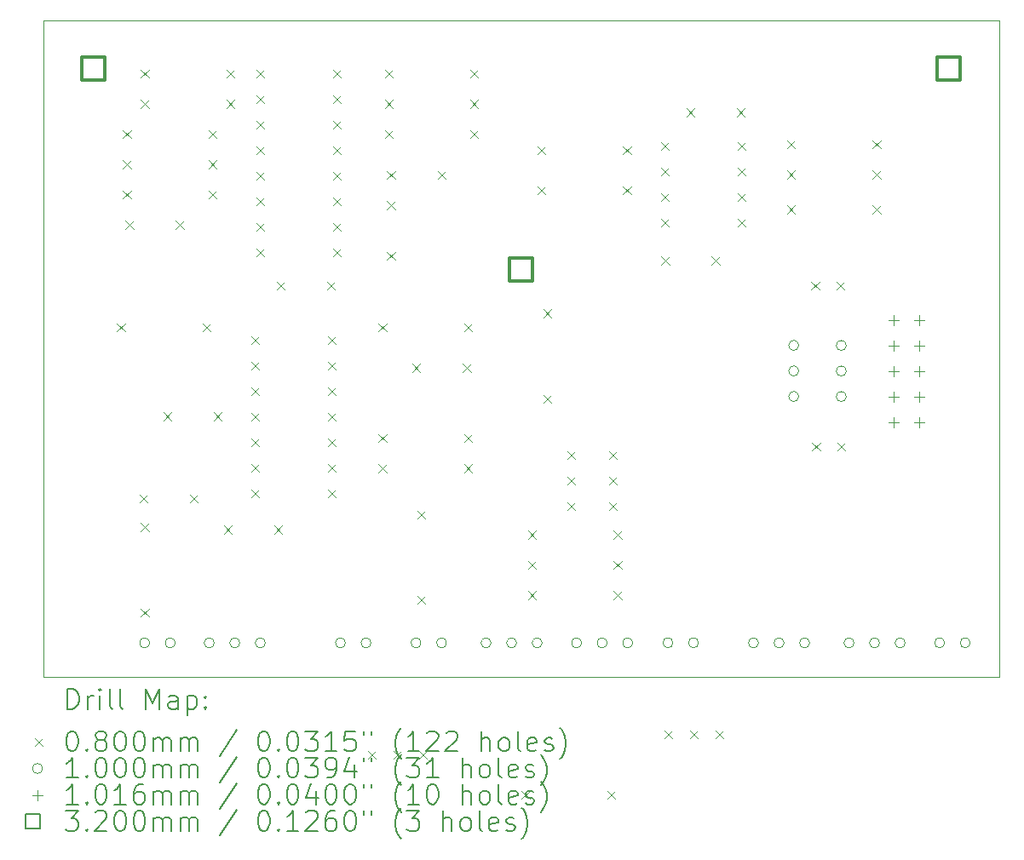
<source format=gbr>
%TF.GenerationSoftware,KiCad,Pcbnew,7.0.2*%
%TF.CreationDate,2024-01-15T15:27:14-05:00*%
%TF.ProjectId,4 VCF FINAL,34205643-4620-4464-994e-414c2e6b6963,rev?*%
%TF.SameCoordinates,Original*%
%TF.FileFunction,Drillmap*%
%TF.FilePolarity,Positive*%
%FSLAX45Y45*%
G04 Gerber Fmt 4.5, Leading zero omitted, Abs format (unit mm)*
G04 Created by KiCad (PCBNEW 7.0.2) date 2024-01-15 15:27:14*
%MOMM*%
%LPD*%
G01*
G04 APERTURE LIST*
%ADD10C,0.100000*%
%ADD11C,0.200000*%
%ADD12C,0.080000*%
%ADD13C,0.101600*%
%ADD14C,0.320000*%
G04 APERTURE END LIST*
D10*
X8187500Y-7012500D02*
X17687500Y-7012500D01*
X17687500Y-13537500D01*
X8187500Y-13537500D01*
X8187500Y-7012500D01*
D11*
D12*
X8922500Y-10022000D02*
X9002500Y-10102000D01*
X9002500Y-10022000D02*
X8922500Y-10102000D01*
X8982500Y-8099500D02*
X9062500Y-8179500D01*
X9062500Y-8099500D02*
X8982500Y-8179500D01*
X8982500Y-8399500D02*
X9062500Y-8479500D01*
X9062500Y-8399500D02*
X8982500Y-8479500D01*
X8982500Y-8699500D02*
X9062500Y-8779500D01*
X9062500Y-8699500D02*
X8982500Y-8779500D01*
X9007500Y-8999500D02*
X9087500Y-9079500D01*
X9087500Y-8999500D02*
X9007500Y-9079500D01*
X9147500Y-11722000D02*
X9227500Y-11802000D01*
X9227500Y-11722000D02*
X9147500Y-11802000D01*
X9157500Y-7499500D02*
X9237500Y-7579500D01*
X9237500Y-7499500D02*
X9157500Y-7579500D01*
X9157500Y-7799500D02*
X9237500Y-7879500D01*
X9237500Y-7799500D02*
X9157500Y-7879500D01*
X9157500Y-12007500D02*
X9237500Y-12087500D01*
X9237500Y-12007500D02*
X9157500Y-12087500D01*
X9157500Y-12857500D02*
X9237500Y-12937500D01*
X9237500Y-12857500D02*
X9157500Y-12937500D01*
X9382500Y-10907500D02*
X9462500Y-10987500D01*
X9462500Y-10907500D02*
X9382500Y-10987500D01*
X9507500Y-8999500D02*
X9587500Y-9079500D01*
X9587500Y-8999500D02*
X9507500Y-9079500D01*
X9647500Y-11722000D02*
X9727500Y-11802000D01*
X9727500Y-11722000D02*
X9647500Y-11802000D01*
X9772500Y-10022000D02*
X9852500Y-10102000D01*
X9852500Y-10022000D02*
X9772500Y-10102000D01*
X9832500Y-8099500D02*
X9912500Y-8179500D01*
X9912500Y-8099500D02*
X9832500Y-8179500D01*
X9832500Y-8399500D02*
X9912500Y-8479500D01*
X9912500Y-8399500D02*
X9832500Y-8479500D01*
X9832500Y-8699500D02*
X9912500Y-8779500D01*
X9912500Y-8699500D02*
X9832500Y-8779500D01*
X9882500Y-10907500D02*
X9962500Y-10987500D01*
X9962500Y-10907500D02*
X9882500Y-10987500D01*
X9982500Y-12032500D02*
X10062500Y-12112500D01*
X10062500Y-12032500D02*
X9982500Y-12112500D01*
X10007500Y-7499500D02*
X10087500Y-7579500D01*
X10087500Y-7499500D02*
X10007500Y-7579500D01*
X10007500Y-7799500D02*
X10087500Y-7879500D01*
X10087500Y-7799500D02*
X10007500Y-7879500D01*
X10257500Y-10149500D02*
X10337500Y-10229500D01*
X10337500Y-10149500D02*
X10257500Y-10229500D01*
X10257500Y-10403500D02*
X10337500Y-10483500D01*
X10337500Y-10403500D02*
X10257500Y-10483500D01*
X10257500Y-10657500D02*
X10337500Y-10737500D01*
X10337500Y-10657500D02*
X10257500Y-10737500D01*
X10257500Y-10911500D02*
X10337500Y-10991500D01*
X10337500Y-10911500D02*
X10257500Y-10991500D01*
X10257500Y-11165500D02*
X10337500Y-11245500D01*
X10337500Y-11165500D02*
X10257500Y-11245500D01*
X10257500Y-11419500D02*
X10337500Y-11499500D01*
X10337500Y-11419500D02*
X10257500Y-11499500D01*
X10257500Y-11673500D02*
X10337500Y-11753500D01*
X10337500Y-11673500D02*
X10257500Y-11753500D01*
X10307500Y-7499500D02*
X10387500Y-7579500D01*
X10387500Y-7499500D02*
X10307500Y-7579500D01*
X10307500Y-7753500D02*
X10387500Y-7833500D01*
X10387500Y-7753500D02*
X10307500Y-7833500D01*
X10307500Y-8007500D02*
X10387500Y-8087500D01*
X10387500Y-8007500D02*
X10307500Y-8087500D01*
X10307500Y-8261500D02*
X10387500Y-8341500D01*
X10387500Y-8261500D02*
X10307500Y-8341500D01*
X10307500Y-8515500D02*
X10387500Y-8595500D01*
X10387500Y-8515500D02*
X10307500Y-8595500D01*
X10307500Y-8769500D02*
X10387500Y-8849500D01*
X10387500Y-8769500D02*
X10307500Y-8849500D01*
X10307500Y-9023500D02*
X10387500Y-9103500D01*
X10387500Y-9023500D02*
X10307500Y-9103500D01*
X10307500Y-9277500D02*
X10387500Y-9357500D01*
X10387500Y-9277500D02*
X10307500Y-9357500D01*
X10482500Y-12032500D02*
X10562500Y-12112500D01*
X10562500Y-12032500D02*
X10482500Y-12112500D01*
X10507500Y-9607500D02*
X10587500Y-9687500D01*
X10587500Y-9607500D02*
X10507500Y-9687500D01*
X11007500Y-9607500D02*
X11087500Y-9687500D01*
X11087500Y-9607500D02*
X11007500Y-9687500D01*
X11019500Y-10149500D02*
X11099500Y-10229500D01*
X11099500Y-10149500D02*
X11019500Y-10229500D01*
X11019500Y-10403500D02*
X11099500Y-10483500D01*
X11099500Y-10403500D02*
X11019500Y-10483500D01*
X11019500Y-10657500D02*
X11099500Y-10737500D01*
X11099500Y-10657500D02*
X11019500Y-10737500D01*
X11019500Y-10911500D02*
X11099500Y-10991500D01*
X11099500Y-10911500D02*
X11019500Y-10991500D01*
X11019500Y-11165500D02*
X11099500Y-11245500D01*
X11099500Y-11165500D02*
X11019500Y-11245500D01*
X11019500Y-11419500D02*
X11099500Y-11499500D01*
X11099500Y-11419500D02*
X11019500Y-11499500D01*
X11019500Y-11673500D02*
X11099500Y-11753500D01*
X11099500Y-11673500D02*
X11019500Y-11753500D01*
X11069500Y-7499500D02*
X11149500Y-7579500D01*
X11149500Y-7499500D02*
X11069500Y-7579500D01*
X11069500Y-7753500D02*
X11149500Y-7833500D01*
X11149500Y-7753500D02*
X11069500Y-7833500D01*
X11069500Y-8007500D02*
X11149500Y-8087500D01*
X11149500Y-8007500D02*
X11069500Y-8087500D01*
X11069500Y-8261500D02*
X11149500Y-8341500D01*
X11149500Y-8261500D02*
X11069500Y-8341500D01*
X11069500Y-8515500D02*
X11149500Y-8595500D01*
X11149500Y-8515500D02*
X11069500Y-8595500D01*
X11069500Y-8769500D02*
X11149500Y-8849500D01*
X11149500Y-8769500D02*
X11069500Y-8849500D01*
X11069500Y-9023500D02*
X11149500Y-9103500D01*
X11149500Y-9023500D02*
X11069500Y-9103500D01*
X11069500Y-9277500D02*
X11149500Y-9357500D01*
X11149500Y-9277500D02*
X11069500Y-9357500D01*
X11416000Y-14270000D02*
X11496000Y-14350000D01*
X11496000Y-14270000D02*
X11416000Y-14350000D01*
X11522500Y-10022000D02*
X11602500Y-10102000D01*
X11602500Y-10022000D02*
X11522500Y-10102000D01*
X11522500Y-11122000D02*
X11602500Y-11202000D01*
X11602500Y-11122000D02*
X11522500Y-11202000D01*
X11522500Y-11422000D02*
X11602500Y-11502000D01*
X11602500Y-11422000D02*
X11522500Y-11502000D01*
X11582500Y-7499500D02*
X11662500Y-7579500D01*
X11662500Y-7499500D02*
X11582500Y-7579500D01*
X11582500Y-7799500D02*
X11662500Y-7879500D01*
X11662500Y-7799500D02*
X11582500Y-7879500D01*
X11582500Y-8099500D02*
X11662500Y-8179500D01*
X11662500Y-8099500D02*
X11582500Y-8179500D01*
X11607500Y-8507500D02*
X11687500Y-8587500D01*
X11687500Y-8507500D02*
X11607500Y-8587500D01*
X11607500Y-8807500D02*
X11687500Y-8887500D01*
X11687500Y-8807500D02*
X11607500Y-8887500D01*
X11607500Y-9307500D02*
X11687500Y-9387500D01*
X11687500Y-9307500D02*
X11607500Y-9387500D01*
X11670000Y-14270000D02*
X11750000Y-14350000D01*
X11750000Y-14270000D02*
X11670000Y-14350000D01*
X11857500Y-10422000D02*
X11937500Y-10502000D01*
X11937500Y-10422000D02*
X11857500Y-10502000D01*
X11907500Y-11882500D02*
X11987500Y-11962500D01*
X11987500Y-11882500D02*
X11907500Y-11962500D01*
X11907500Y-12732500D02*
X11987500Y-12812500D01*
X11987500Y-12732500D02*
X11907500Y-12812500D01*
X11924000Y-14270000D02*
X12004000Y-14350000D01*
X12004000Y-14270000D02*
X11924000Y-14350000D01*
X12107500Y-8507500D02*
X12187500Y-8587500D01*
X12187500Y-8507500D02*
X12107500Y-8587500D01*
X12357500Y-10422000D02*
X12437500Y-10502000D01*
X12437500Y-10422000D02*
X12357500Y-10502000D01*
X12372500Y-10022000D02*
X12452500Y-10102000D01*
X12452500Y-10022000D02*
X12372500Y-10102000D01*
X12372500Y-11122000D02*
X12452500Y-11202000D01*
X12452500Y-11122000D02*
X12372500Y-11202000D01*
X12372500Y-11422000D02*
X12452500Y-11502000D01*
X12452500Y-11422000D02*
X12372500Y-11502000D01*
X12432500Y-7499500D02*
X12512500Y-7579500D01*
X12512500Y-7499500D02*
X12432500Y-7579500D01*
X12432500Y-7799500D02*
X12512500Y-7879500D01*
X12512500Y-7799500D02*
X12432500Y-7879500D01*
X12432500Y-8099500D02*
X12512500Y-8179500D01*
X12512500Y-8099500D02*
X12432500Y-8179500D01*
X12945000Y-14670000D02*
X13025000Y-14750000D01*
X13025000Y-14670000D02*
X12945000Y-14750000D01*
X13007500Y-12082500D02*
X13087500Y-12162500D01*
X13087500Y-12082500D02*
X13007500Y-12162500D01*
X13007500Y-12382500D02*
X13087500Y-12462500D01*
X13087500Y-12382500D02*
X13007500Y-12462500D01*
X13007500Y-12682500D02*
X13087500Y-12762500D01*
X13087500Y-12682500D02*
X13007500Y-12762500D01*
X13101500Y-8259500D02*
X13181500Y-8339500D01*
X13181500Y-8259500D02*
X13101500Y-8339500D01*
X13101500Y-8659500D02*
X13181500Y-8739500D01*
X13181500Y-8659500D02*
X13101500Y-8739500D01*
X13157500Y-9882500D02*
X13237500Y-9962500D01*
X13237500Y-9882500D02*
X13157500Y-9962500D01*
X13157500Y-10732500D02*
X13237500Y-10812500D01*
X13237500Y-10732500D02*
X13157500Y-10812500D01*
X13395000Y-11291000D02*
X13475000Y-11371000D01*
X13475000Y-11291000D02*
X13395000Y-11371000D01*
X13395000Y-11545000D02*
X13475000Y-11625000D01*
X13475000Y-11545000D02*
X13395000Y-11625000D01*
X13395000Y-11799000D02*
X13475000Y-11879000D01*
X13475000Y-11799000D02*
X13395000Y-11879000D01*
X13795000Y-14670000D02*
X13875000Y-14750000D01*
X13875000Y-14670000D02*
X13795000Y-14750000D01*
X13809000Y-11291000D02*
X13889000Y-11371000D01*
X13889000Y-11291000D02*
X13809000Y-11371000D01*
X13809000Y-11545000D02*
X13889000Y-11625000D01*
X13889000Y-11545000D02*
X13809000Y-11625000D01*
X13809000Y-11799000D02*
X13889000Y-11879000D01*
X13889000Y-11799000D02*
X13809000Y-11879000D01*
X13857500Y-12082500D02*
X13937500Y-12162500D01*
X13937500Y-12082500D02*
X13857500Y-12162500D01*
X13857500Y-12382500D02*
X13937500Y-12462500D01*
X13937500Y-12382500D02*
X13857500Y-12462500D01*
X13857500Y-12682500D02*
X13937500Y-12762500D01*
X13937500Y-12682500D02*
X13857500Y-12762500D01*
X13951500Y-8259500D02*
X14031500Y-8339500D01*
X14031500Y-8259500D02*
X13951500Y-8339500D01*
X13951500Y-8659500D02*
X14031500Y-8739500D01*
X14031500Y-8659500D02*
X13951500Y-8739500D01*
X14326500Y-8218500D02*
X14406500Y-8298500D01*
X14406500Y-8218500D02*
X14326500Y-8298500D01*
X14326500Y-8472500D02*
X14406500Y-8552500D01*
X14406500Y-8472500D02*
X14326500Y-8552500D01*
X14326500Y-8726500D02*
X14406500Y-8806500D01*
X14406500Y-8726500D02*
X14326500Y-8806500D01*
X14326500Y-8980500D02*
X14406500Y-9060500D01*
X14406500Y-8980500D02*
X14326500Y-9060500D01*
X14332500Y-9357500D02*
X14412500Y-9437500D01*
X14412500Y-9357500D02*
X14332500Y-9437500D01*
X14362000Y-14070000D02*
X14442000Y-14150000D01*
X14442000Y-14070000D02*
X14362000Y-14150000D01*
X14582500Y-7882500D02*
X14662500Y-7962500D01*
X14662500Y-7882500D02*
X14582500Y-7962500D01*
X14616000Y-14070000D02*
X14696000Y-14150000D01*
X14696000Y-14070000D02*
X14616000Y-14150000D01*
X14832500Y-9357500D02*
X14912500Y-9437500D01*
X14912500Y-9357500D02*
X14832500Y-9437500D01*
X14870000Y-14070000D02*
X14950000Y-14150000D01*
X14950000Y-14070000D02*
X14870000Y-14150000D01*
X15082500Y-7882500D02*
X15162500Y-7962500D01*
X15162500Y-7882500D02*
X15082500Y-7962500D01*
X15088500Y-8218500D02*
X15168500Y-8298500D01*
X15168500Y-8218500D02*
X15088500Y-8298500D01*
X15088500Y-8472500D02*
X15168500Y-8552500D01*
X15168500Y-8472500D02*
X15088500Y-8552500D01*
X15088500Y-8726500D02*
X15168500Y-8806500D01*
X15168500Y-8726500D02*
X15088500Y-8806500D01*
X15088500Y-8980500D02*
X15168500Y-9060500D01*
X15168500Y-8980500D02*
X15088500Y-9060500D01*
X15582500Y-8199500D02*
X15662500Y-8279500D01*
X15662500Y-8199500D02*
X15582500Y-8279500D01*
X15582500Y-8499500D02*
X15662500Y-8579500D01*
X15662500Y-8499500D02*
X15582500Y-8579500D01*
X15582500Y-8849500D02*
X15662500Y-8929500D01*
X15662500Y-8849500D02*
X15582500Y-8929500D01*
X15821522Y-9607500D02*
X15901522Y-9687500D01*
X15901522Y-9607500D02*
X15821522Y-9687500D01*
X15830500Y-11207500D02*
X15910500Y-11287500D01*
X15910500Y-11207500D02*
X15830500Y-11287500D01*
X16071522Y-9607500D02*
X16151522Y-9687500D01*
X16151522Y-9607500D02*
X16071522Y-9687500D01*
X16080500Y-11207500D02*
X16160500Y-11287500D01*
X16160500Y-11207500D02*
X16080500Y-11287500D01*
X16432500Y-8199500D02*
X16512500Y-8279500D01*
X16512500Y-8199500D02*
X16432500Y-8279500D01*
X16432500Y-8499500D02*
X16512500Y-8579500D01*
X16512500Y-8499500D02*
X16432500Y-8579500D01*
X16432500Y-8849500D02*
X16512500Y-8929500D01*
X16512500Y-8849500D02*
X16432500Y-8929500D01*
D10*
X9247500Y-13197500D02*
G75*
G03*
X9247500Y-13197500I-50000J0D01*
G01*
X9501500Y-13197500D02*
G75*
G03*
X9501500Y-13197500I-50000J0D01*
G01*
X9889500Y-13197500D02*
G75*
G03*
X9889500Y-13197500I-50000J0D01*
G01*
X10143500Y-13197500D02*
G75*
G03*
X10143500Y-13197500I-50000J0D01*
G01*
X10397500Y-13197500D02*
G75*
G03*
X10397500Y-13197500I-50000J0D01*
G01*
X11193500Y-13197500D02*
G75*
G03*
X11193500Y-13197500I-50000J0D01*
G01*
X11447500Y-13197500D02*
G75*
G03*
X11447500Y-13197500I-50000J0D01*
G01*
X11943500Y-13197500D02*
G75*
G03*
X11943500Y-13197500I-50000J0D01*
G01*
X12197500Y-13197500D02*
G75*
G03*
X12197500Y-13197500I-50000J0D01*
G01*
X12639500Y-13197500D02*
G75*
G03*
X12639500Y-13197500I-50000J0D01*
G01*
X12893500Y-13197500D02*
G75*
G03*
X12893500Y-13197500I-50000J0D01*
G01*
X13147500Y-13197500D02*
G75*
G03*
X13147500Y-13197500I-50000J0D01*
G01*
X13539500Y-13197500D02*
G75*
G03*
X13539500Y-13197500I-50000J0D01*
G01*
X13793500Y-13197500D02*
G75*
G03*
X13793500Y-13197500I-50000J0D01*
G01*
X14047500Y-13197500D02*
G75*
G03*
X14047500Y-13197500I-50000J0D01*
G01*
X14447500Y-13197500D02*
G75*
G03*
X14447500Y-13197500I-50000J0D01*
G01*
X14701500Y-13197500D02*
G75*
G03*
X14701500Y-13197500I-50000J0D01*
G01*
X15297500Y-13197500D02*
G75*
G03*
X15297500Y-13197500I-50000J0D01*
G01*
X15551500Y-13197500D02*
G75*
G03*
X15551500Y-13197500I-50000J0D01*
G01*
X15697500Y-10239500D02*
G75*
G03*
X15697500Y-10239500I-50000J0D01*
G01*
X15697500Y-10493500D02*
G75*
G03*
X15697500Y-10493500I-50000J0D01*
G01*
X15697500Y-10747500D02*
G75*
G03*
X15697500Y-10747500I-50000J0D01*
G01*
X15805500Y-13197500D02*
G75*
G03*
X15805500Y-13197500I-50000J0D01*
G01*
X16170500Y-10239500D02*
G75*
G03*
X16170500Y-10239500I-50000J0D01*
G01*
X16170500Y-10493500D02*
G75*
G03*
X16170500Y-10493500I-50000J0D01*
G01*
X16170500Y-10747500D02*
G75*
G03*
X16170500Y-10747500I-50000J0D01*
G01*
X16247500Y-13197500D02*
G75*
G03*
X16247500Y-13197500I-50000J0D01*
G01*
X16501500Y-13197500D02*
G75*
G03*
X16501500Y-13197500I-50000J0D01*
G01*
X16755500Y-13197500D02*
G75*
G03*
X16755500Y-13197500I-50000J0D01*
G01*
X17147500Y-13197500D02*
G75*
G03*
X17147500Y-13197500I-50000J0D01*
G01*
X17401500Y-13197500D02*
G75*
G03*
X17401500Y-13197500I-50000J0D01*
G01*
D13*
X16643500Y-9938700D02*
X16643500Y-10040300D01*
X16592700Y-9989500D02*
X16694300Y-9989500D01*
X16643500Y-10192700D02*
X16643500Y-10294300D01*
X16592700Y-10243500D02*
X16694300Y-10243500D01*
X16643500Y-10446700D02*
X16643500Y-10548300D01*
X16592700Y-10497500D02*
X16694300Y-10497500D01*
X16643500Y-10700700D02*
X16643500Y-10802300D01*
X16592700Y-10751500D02*
X16694300Y-10751500D01*
X16643500Y-10954700D02*
X16643500Y-11056300D01*
X16592700Y-11005500D02*
X16694300Y-11005500D01*
X16897500Y-9938700D02*
X16897500Y-10040300D01*
X16846700Y-9989500D02*
X16948300Y-9989500D01*
X16897500Y-10192700D02*
X16897500Y-10294300D01*
X16846700Y-10243500D02*
X16948300Y-10243500D01*
X16897500Y-10446700D02*
X16897500Y-10548300D01*
X16846700Y-10497500D02*
X16948300Y-10497500D01*
X16897500Y-10700700D02*
X16897500Y-10802300D01*
X16846700Y-10751500D02*
X16948300Y-10751500D01*
X16897500Y-10954700D02*
X16897500Y-11056300D01*
X16846700Y-11005500D02*
X16948300Y-11005500D01*
D14*
X8800638Y-7600638D02*
X8800638Y-7374362D01*
X8574362Y-7374362D01*
X8574362Y-7600638D01*
X8800638Y-7600638D01*
X13050638Y-9600638D02*
X13050638Y-9374362D01*
X12824362Y-9374362D01*
X12824362Y-9600638D01*
X13050638Y-9600638D01*
X17300638Y-7600638D02*
X17300638Y-7374362D01*
X17074362Y-7374362D01*
X17074362Y-7600638D01*
X17300638Y-7600638D01*
D11*
X8430119Y-13855024D02*
X8430119Y-13655024D01*
X8430119Y-13655024D02*
X8477738Y-13655024D01*
X8477738Y-13655024D02*
X8506310Y-13664548D01*
X8506310Y-13664548D02*
X8525357Y-13683595D01*
X8525357Y-13683595D02*
X8534881Y-13702643D01*
X8534881Y-13702643D02*
X8544405Y-13740738D01*
X8544405Y-13740738D02*
X8544405Y-13769309D01*
X8544405Y-13769309D02*
X8534881Y-13807405D01*
X8534881Y-13807405D02*
X8525357Y-13826452D01*
X8525357Y-13826452D02*
X8506310Y-13845500D01*
X8506310Y-13845500D02*
X8477738Y-13855024D01*
X8477738Y-13855024D02*
X8430119Y-13855024D01*
X8630119Y-13855024D02*
X8630119Y-13721690D01*
X8630119Y-13759786D02*
X8639643Y-13740738D01*
X8639643Y-13740738D02*
X8649167Y-13731214D01*
X8649167Y-13731214D02*
X8668214Y-13721690D01*
X8668214Y-13721690D02*
X8687262Y-13721690D01*
X8753929Y-13855024D02*
X8753929Y-13721690D01*
X8753929Y-13655024D02*
X8744405Y-13664548D01*
X8744405Y-13664548D02*
X8753929Y-13674071D01*
X8753929Y-13674071D02*
X8763452Y-13664548D01*
X8763452Y-13664548D02*
X8753929Y-13655024D01*
X8753929Y-13655024D02*
X8753929Y-13674071D01*
X8877738Y-13855024D02*
X8858690Y-13845500D01*
X8858690Y-13845500D02*
X8849167Y-13826452D01*
X8849167Y-13826452D02*
X8849167Y-13655024D01*
X8982500Y-13855024D02*
X8963452Y-13845500D01*
X8963452Y-13845500D02*
X8953929Y-13826452D01*
X8953929Y-13826452D02*
X8953929Y-13655024D01*
X9211071Y-13855024D02*
X9211071Y-13655024D01*
X9211071Y-13655024D02*
X9277738Y-13797881D01*
X9277738Y-13797881D02*
X9344405Y-13655024D01*
X9344405Y-13655024D02*
X9344405Y-13855024D01*
X9525357Y-13855024D02*
X9525357Y-13750262D01*
X9525357Y-13750262D02*
X9515833Y-13731214D01*
X9515833Y-13731214D02*
X9496786Y-13721690D01*
X9496786Y-13721690D02*
X9458690Y-13721690D01*
X9458690Y-13721690D02*
X9439643Y-13731214D01*
X9525357Y-13845500D02*
X9506310Y-13855024D01*
X9506310Y-13855024D02*
X9458690Y-13855024D01*
X9458690Y-13855024D02*
X9439643Y-13845500D01*
X9439643Y-13845500D02*
X9430119Y-13826452D01*
X9430119Y-13826452D02*
X9430119Y-13807405D01*
X9430119Y-13807405D02*
X9439643Y-13788357D01*
X9439643Y-13788357D02*
X9458690Y-13778833D01*
X9458690Y-13778833D02*
X9506310Y-13778833D01*
X9506310Y-13778833D02*
X9525357Y-13769309D01*
X9620595Y-13721690D02*
X9620595Y-13921690D01*
X9620595Y-13731214D02*
X9639643Y-13721690D01*
X9639643Y-13721690D02*
X9677738Y-13721690D01*
X9677738Y-13721690D02*
X9696786Y-13731214D01*
X9696786Y-13731214D02*
X9706310Y-13740738D01*
X9706310Y-13740738D02*
X9715833Y-13759786D01*
X9715833Y-13759786D02*
X9715833Y-13816928D01*
X9715833Y-13816928D02*
X9706310Y-13835976D01*
X9706310Y-13835976D02*
X9696786Y-13845500D01*
X9696786Y-13845500D02*
X9677738Y-13855024D01*
X9677738Y-13855024D02*
X9639643Y-13855024D01*
X9639643Y-13855024D02*
X9620595Y-13845500D01*
X9801548Y-13835976D02*
X9811071Y-13845500D01*
X9811071Y-13845500D02*
X9801548Y-13855024D01*
X9801548Y-13855024D02*
X9792024Y-13845500D01*
X9792024Y-13845500D02*
X9801548Y-13835976D01*
X9801548Y-13835976D02*
X9801548Y-13855024D01*
X9801548Y-13731214D02*
X9811071Y-13740738D01*
X9811071Y-13740738D02*
X9801548Y-13750262D01*
X9801548Y-13750262D02*
X9792024Y-13740738D01*
X9792024Y-13740738D02*
X9801548Y-13731214D01*
X9801548Y-13731214D02*
X9801548Y-13750262D01*
D12*
X8102500Y-14142500D02*
X8182500Y-14222500D01*
X8182500Y-14142500D02*
X8102500Y-14222500D01*
D11*
X8468214Y-14075024D02*
X8487262Y-14075024D01*
X8487262Y-14075024D02*
X8506310Y-14084548D01*
X8506310Y-14084548D02*
X8515833Y-14094071D01*
X8515833Y-14094071D02*
X8525357Y-14113119D01*
X8525357Y-14113119D02*
X8534881Y-14151214D01*
X8534881Y-14151214D02*
X8534881Y-14198833D01*
X8534881Y-14198833D02*
X8525357Y-14236928D01*
X8525357Y-14236928D02*
X8515833Y-14255976D01*
X8515833Y-14255976D02*
X8506310Y-14265500D01*
X8506310Y-14265500D02*
X8487262Y-14275024D01*
X8487262Y-14275024D02*
X8468214Y-14275024D01*
X8468214Y-14275024D02*
X8449167Y-14265500D01*
X8449167Y-14265500D02*
X8439643Y-14255976D01*
X8439643Y-14255976D02*
X8430119Y-14236928D01*
X8430119Y-14236928D02*
X8420595Y-14198833D01*
X8420595Y-14198833D02*
X8420595Y-14151214D01*
X8420595Y-14151214D02*
X8430119Y-14113119D01*
X8430119Y-14113119D02*
X8439643Y-14094071D01*
X8439643Y-14094071D02*
X8449167Y-14084548D01*
X8449167Y-14084548D02*
X8468214Y-14075024D01*
X8620595Y-14255976D02*
X8630119Y-14265500D01*
X8630119Y-14265500D02*
X8620595Y-14275024D01*
X8620595Y-14275024D02*
X8611071Y-14265500D01*
X8611071Y-14265500D02*
X8620595Y-14255976D01*
X8620595Y-14255976D02*
X8620595Y-14275024D01*
X8744405Y-14160738D02*
X8725357Y-14151214D01*
X8725357Y-14151214D02*
X8715833Y-14141690D01*
X8715833Y-14141690D02*
X8706310Y-14122643D01*
X8706310Y-14122643D02*
X8706310Y-14113119D01*
X8706310Y-14113119D02*
X8715833Y-14094071D01*
X8715833Y-14094071D02*
X8725357Y-14084548D01*
X8725357Y-14084548D02*
X8744405Y-14075024D01*
X8744405Y-14075024D02*
X8782500Y-14075024D01*
X8782500Y-14075024D02*
X8801548Y-14084548D01*
X8801548Y-14084548D02*
X8811071Y-14094071D01*
X8811071Y-14094071D02*
X8820595Y-14113119D01*
X8820595Y-14113119D02*
X8820595Y-14122643D01*
X8820595Y-14122643D02*
X8811071Y-14141690D01*
X8811071Y-14141690D02*
X8801548Y-14151214D01*
X8801548Y-14151214D02*
X8782500Y-14160738D01*
X8782500Y-14160738D02*
X8744405Y-14160738D01*
X8744405Y-14160738D02*
X8725357Y-14170262D01*
X8725357Y-14170262D02*
X8715833Y-14179786D01*
X8715833Y-14179786D02*
X8706310Y-14198833D01*
X8706310Y-14198833D02*
X8706310Y-14236928D01*
X8706310Y-14236928D02*
X8715833Y-14255976D01*
X8715833Y-14255976D02*
X8725357Y-14265500D01*
X8725357Y-14265500D02*
X8744405Y-14275024D01*
X8744405Y-14275024D02*
X8782500Y-14275024D01*
X8782500Y-14275024D02*
X8801548Y-14265500D01*
X8801548Y-14265500D02*
X8811071Y-14255976D01*
X8811071Y-14255976D02*
X8820595Y-14236928D01*
X8820595Y-14236928D02*
X8820595Y-14198833D01*
X8820595Y-14198833D02*
X8811071Y-14179786D01*
X8811071Y-14179786D02*
X8801548Y-14170262D01*
X8801548Y-14170262D02*
X8782500Y-14160738D01*
X8944405Y-14075024D02*
X8963452Y-14075024D01*
X8963452Y-14075024D02*
X8982500Y-14084548D01*
X8982500Y-14084548D02*
X8992024Y-14094071D01*
X8992024Y-14094071D02*
X9001548Y-14113119D01*
X9001548Y-14113119D02*
X9011071Y-14151214D01*
X9011071Y-14151214D02*
X9011071Y-14198833D01*
X9011071Y-14198833D02*
X9001548Y-14236928D01*
X9001548Y-14236928D02*
X8992024Y-14255976D01*
X8992024Y-14255976D02*
X8982500Y-14265500D01*
X8982500Y-14265500D02*
X8963452Y-14275024D01*
X8963452Y-14275024D02*
X8944405Y-14275024D01*
X8944405Y-14275024D02*
X8925357Y-14265500D01*
X8925357Y-14265500D02*
X8915833Y-14255976D01*
X8915833Y-14255976D02*
X8906310Y-14236928D01*
X8906310Y-14236928D02*
X8896786Y-14198833D01*
X8896786Y-14198833D02*
X8896786Y-14151214D01*
X8896786Y-14151214D02*
X8906310Y-14113119D01*
X8906310Y-14113119D02*
X8915833Y-14094071D01*
X8915833Y-14094071D02*
X8925357Y-14084548D01*
X8925357Y-14084548D02*
X8944405Y-14075024D01*
X9134881Y-14075024D02*
X9153929Y-14075024D01*
X9153929Y-14075024D02*
X9172976Y-14084548D01*
X9172976Y-14084548D02*
X9182500Y-14094071D01*
X9182500Y-14094071D02*
X9192024Y-14113119D01*
X9192024Y-14113119D02*
X9201548Y-14151214D01*
X9201548Y-14151214D02*
X9201548Y-14198833D01*
X9201548Y-14198833D02*
X9192024Y-14236928D01*
X9192024Y-14236928D02*
X9182500Y-14255976D01*
X9182500Y-14255976D02*
X9172976Y-14265500D01*
X9172976Y-14265500D02*
X9153929Y-14275024D01*
X9153929Y-14275024D02*
X9134881Y-14275024D01*
X9134881Y-14275024D02*
X9115833Y-14265500D01*
X9115833Y-14265500D02*
X9106310Y-14255976D01*
X9106310Y-14255976D02*
X9096786Y-14236928D01*
X9096786Y-14236928D02*
X9087262Y-14198833D01*
X9087262Y-14198833D02*
X9087262Y-14151214D01*
X9087262Y-14151214D02*
X9096786Y-14113119D01*
X9096786Y-14113119D02*
X9106310Y-14094071D01*
X9106310Y-14094071D02*
X9115833Y-14084548D01*
X9115833Y-14084548D02*
X9134881Y-14075024D01*
X9287262Y-14275024D02*
X9287262Y-14141690D01*
X9287262Y-14160738D02*
X9296786Y-14151214D01*
X9296786Y-14151214D02*
X9315833Y-14141690D01*
X9315833Y-14141690D02*
X9344405Y-14141690D01*
X9344405Y-14141690D02*
X9363452Y-14151214D01*
X9363452Y-14151214D02*
X9372976Y-14170262D01*
X9372976Y-14170262D02*
X9372976Y-14275024D01*
X9372976Y-14170262D02*
X9382500Y-14151214D01*
X9382500Y-14151214D02*
X9401548Y-14141690D01*
X9401548Y-14141690D02*
X9430119Y-14141690D01*
X9430119Y-14141690D02*
X9449167Y-14151214D01*
X9449167Y-14151214D02*
X9458691Y-14170262D01*
X9458691Y-14170262D02*
X9458691Y-14275024D01*
X9553929Y-14275024D02*
X9553929Y-14141690D01*
X9553929Y-14160738D02*
X9563452Y-14151214D01*
X9563452Y-14151214D02*
X9582500Y-14141690D01*
X9582500Y-14141690D02*
X9611072Y-14141690D01*
X9611072Y-14141690D02*
X9630119Y-14151214D01*
X9630119Y-14151214D02*
X9639643Y-14170262D01*
X9639643Y-14170262D02*
X9639643Y-14275024D01*
X9639643Y-14170262D02*
X9649167Y-14151214D01*
X9649167Y-14151214D02*
X9668214Y-14141690D01*
X9668214Y-14141690D02*
X9696786Y-14141690D01*
X9696786Y-14141690D02*
X9715833Y-14151214D01*
X9715833Y-14151214D02*
X9725357Y-14170262D01*
X9725357Y-14170262D02*
X9725357Y-14275024D01*
X10115833Y-14065500D02*
X9944405Y-14322643D01*
X10372976Y-14075024D02*
X10392024Y-14075024D01*
X10392024Y-14075024D02*
X10411072Y-14084548D01*
X10411072Y-14084548D02*
X10420595Y-14094071D01*
X10420595Y-14094071D02*
X10430119Y-14113119D01*
X10430119Y-14113119D02*
X10439643Y-14151214D01*
X10439643Y-14151214D02*
X10439643Y-14198833D01*
X10439643Y-14198833D02*
X10430119Y-14236928D01*
X10430119Y-14236928D02*
X10420595Y-14255976D01*
X10420595Y-14255976D02*
X10411072Y-14265500D01*
X10411072Y-14265500D02*
X10392024Y-14275024D01*
X10392024Y-14275024D02*
X10372976Y-14275024D01*
X10372976Y-14275024D02*
X10353929Y-14265500D01*
X10353929Y-14265500D02*
X10344405Y-14255976D01*
X10344405Y-14255976D02*
X10334881Y-14236928D01*
X10334881Y-14236928D02*
X10325357Y-14198833D01*
X10325357Y-14198833D02*
X10325357Y-14151214D01*
X10325357Y-14151214D02*
X10334881Y-14113119D01*
X10334881Y-14113119D02*
X10344405Y-14094071D01*
X10344405Y-14094071D02*
X10353929Y-14084548D01*
X10353929Y-14084548D02*
X10372976Y-14075024D01*
X10525357Y-14255976D02*
X10534881Y-14265500D01*
X10534881Y-14265500D02*
X10525357Y-14275024D01*
X10525357Y-14275024D02*
X10515834Y-14265500D01*
X10515834Y-14265500D02*
X10525357Y-14255976D01*
X10525357Y-14255976D02*
X10525357Y-14275024D01*
X10658691Y-14075024D02*
X10677738Y-14075024D01*
X10677738Y-14075024D02*
X10696786Y-14084548D01*
X10696786Y-14084548D02*
X10706310Y-14094071D01*
X10706310Y-14094071D02*
X10715834Y-14113119D01*
X10715834Y-14113119D02*
X10725357Y-14151214D01*
X10725357Y-14151214D02*
X10725357Y-14198833D01*
X10725357Y-14198833D02*
X10715834Y-14236928D01*
X10715834Y-14236928D02*
X10706310Y-14255976D01*
X10706310Y-14255976D02*
X10696786Y-14265500D01*
X10696786Y-14265500D02*
X10677738Y-14275024D01*
X10677738Y-14275024D02*
X10658691Y-14275024D01*
X10658691Y-14275024D02*
X10639643Y-14265500D01*
X10639643Y-14265500D02*
X10630119Y-14255976D01*
X10630119Y-14255976D02*
X10620595Y-14236928D01*
X10620595Y-14236928D02*
X10611072Y-14198833D01*
X10611072Y-14198833D02*
X10611072Y-14151214D01*
X10611072Y-14151214D02*
X10620595Y-14113119D01*
X10620595Y-14113119D02*
X10630119Y-14094071D01*
X10630119Y-14094071D02*
X10639643Y-14084548D01*
X10639643Y-14084548D02*
X10658691Y-14075024D01*
X10792024Y-14075024D02*
X10915834Y-14075024D01*
X10915834Y-14075024D02*
X10849167Y-14151214D01*
X10849167Y-14151214D02*
X10877738Y-14151214D01*
X10877738Y-14151214D02*
X10896786Y-14160738D01*
X10896786Y-14160738D02*
X10906310Y-14170262D01*
X10906310Y-14170262D02*
X10915834Y-14189309D01*
X10915834Y-14189309D02*
X10915834Y-14236928D01*
X10915834Y-14236928D02*
X10906310Y-14255976D01*
X10906310Y-14255976D02*
X10896786Y-14265500D01*
X10896786Y-14265500D02*
X10877738Y-14275024D01*
X10877738Y-14275024D02*
X10820595Y-14275024D01*
X10820595Y-14275024D02*
X10801548Y-14265500D01*
X10801548Y-14265500D02*
X10792024Y-14255976D01*
X11106310Y-14275024D02*
X10992024Y-14275024D01*
X11049167Y-14275024D02*
X11049167Y-14075024D01*
X11049167Y-14075024D02*
X11030119Y-14103595D01*
X11030119Y-14103595D02*
X11011072Y-14122643D01*
X11011072Y-14122643D02*
X10992024Y-14132167D01*
X11287262Y-14075024D02*
X11192024Y-14075024D01*
X11192024Y-14075024D02*
X11182500Y-14170262D01*
X11182500Y-14170262D02*
X11192024Y-14160738D01*
X11192024Y-14160738D02*
X11211072Y-14151214D01*
X11211072Y-14151214D02*
X11258691Y-14151214D01*
X11258691Y-14151214D02*
X11277738Y-14160738D01*
X11277738Y-14160738D02*
X11287262Y-14170262D01*
X11287262Y-14170262D02*
X11296786Y-14189309D01*
X11296786Y-14189309D02*
X11296786Y-14236928D01*
X11296786Y-14236928D02*
X11287262Y-14255976D01*
X11287262Y-14255976D02*
X11277738Y-14265500D01*
X11277738Y-14265500D02*
X11258691Y-14275024D01*
X11258691Y-14275024D02*
X11211072Y-14275024D01*
X11211072Y-14275024D02*
X11192024Y-14265500D01*
X11192024Y-14265500D02*
X11182500Y-14255976D01*
X11372976Y-14075024D02*
X11372976Y-14113119D01*
X11449167Y-14075024D02*
X11449167Y-14113119D01*
X11744405Y-14351214D02*
X11734881Y-14341690D01*
X11734881Y-14341690D02*
X11715834Y-14313119D01*
X11715834Y-14313119D02*
X11706310Y-14294071D01*
X11706310Y-14294071D02*
X11696786Y-14265500D01*
X11696786Y-14265500D02*
X11687262Y-14217881D01*
X11687262Y-14217881D02*
X11687262Y-14179786D01*
X11687262Y-14179786D02*
X11696786Y-14132167D01*
X11696786Y-14132167D02*
X11706310Y-14103595D01*
X11706310Y-14103595D02*
X11715834Y-14084548D01*
X11715834Y-14084548D02*
X11734881Y-14055976D01*
X11734881Y-14055976D02*
X11744405Y-14046452D01*
X11925357Y-14275024D02*
X11811072Y-14275024D01*
X11868214Y-14275024D02*
X11868214Y-14075024D01*
X11868214Y-14075024D02*
X11849167Y-14103595D01*
X11849167Y-14103595D02*
X11830119Y-14122643D01*
X11830119Y-14122643D02*
X11811072Y-14132167D01*
X12001548Y-14094071D02*
X12011072Y-14084548D01*
X12011072Y-14084548D02*
X12030119Y-14075024D01*
X12030119Y-14075024D02*
X12077738Y-14075024D01*
X12077738Y-14075024D02*
X12096786Y-14084548D01*
X12096786Y-14084548D02*
X12106310Y-14094071D01*
X12106310Y-14094071D02*
X12115834Y-14113119D01*
X12115834Y-14113119D02*
X12115834Y-14132167D01*
X12115834Y-14132167D02*
X12106310Y-14160738D01*
X12106310Y-14160738D02*
X11992024Y-14275024D01*
X11992024Y-14275024D02*
X12115834Y-14275024D01*
X12192024Y-14094071D02*
X12201548Y-14084548D01*
X12201548Y-14084548D02*
X12220595Y-14075024D01*
X12220595Y-14075024D02*
X12268215Y-14075024D01*
X12268215Y-14075024D02*
X12287262Y-14084548D01*
X12287262Y-14084548D02*
X12296786Y-14094071D01*
X12296786Y-14094071D02*
X12306310Y-14113119D01*
X12306310Y-14113119D02*
X12306310Y-14132167D01*
X12306310Y-14132167D02*
X12296786Y-14160738D01*
X12296786Y-14160738D02*
X12182500Y-14275024D01*
X12182500Y-14275024D02*
X12306310Y-14275024D01*
X12544405Y-14275024D02*
X12544405Y-14075024D01*
X12630119Y-14275024D02*
X12630119Y-14170262D01*
X12630119Y-14170262D02*
X12620596Y-14151214D01*
X12620596Y-14151214D02*
X12601548Y-14141690D01*
X12601548Y-14141690D02*
X12572976Y-14141690D01*
X12572976Y-14141690D02*
X12553929Y-14151214D01*
X12553929Y-14151214D02*
X12544405Y-14160738D01*
X12753929Y-14275024D02*
X12734881Y-14265500D01*
X12734881Y-14265500D02*
X12725357Y-14255976D01*
X12725357Y-14255976D02*
X12715834Y-14236928D01*
X12715834Y-14236928D02*
X12715834Y-14179786D01*
X12715834Y-14179786D02*
X12725357Y-14160738D01*
X12725357Y-14160738D02*
X12734881Y-14151214D01*
X12734881Y-14151214D02*
X12753929Y-14141690D01*
X12753929Y-14141690D02*
X12782500Y-14141690D01*
X12782500Y-14141690D02*
X12801548Y-14151214D01*
X12801548Y-14151214D02*
X12811072Y-14160738D01*
X12811072Y-14160738D02*
X12820596Y-14179786D01*
X12820596Y-14179786D02*
X12820596Y-14236928D01*
X12820596Y-14236928D02*
X12811072Y-14255976D01*
X12811072Y-14255976D02*
X12801548Y-14265500D01*
X12801548Y-14265500D02*
X12782500Y-14275024D01*
X12782500Y-14275024D02*
X12753929Y-14275024D01*
X12934881Y-14275024D02*
X12915834Y-14265500D01*
X12915834Y-14265500D02*
X12906310Y-14246452D01*
X12906310Y-14246452D02*
X12906310Y-14075024D01*
X13087262Y-14265500D02*
X13068215Y-14275024D01*
X13068215Y-14275024D02*
X13030119Y-14275024D01*
X13030119Y-14275024D02*
X13011072Y-14265500D01*
X13011072Y-14265500D02*
X13001548Y-14246452D01*
X13001548Y-14246452D02*
X13001548Y-14170262D01*
X13001548Y-14170262D02*
X13011072Y-14151214D01*
X13011072Y-14151214D02*
X13030119Y-14141690D01*
X13030119Y-14141690D02*
X13068215Y-14141690D01*
X13068215Y-14141690D02*
X13087262Y-14151214D01*
X13087262Y-14151214D02*
X13096786Y-14170262D01*
X13096786Y-14170262D02*
X13096786Y-14189309D01*
X13096786Y-14189309D02*
X13001548Y-14208357D01*
X13172977Y-14265500D02*
X13192024Y-14275024D01*
X13192024Y-14275024D02*
X13230119Y-14275024D01*
X13230119Y-14275024D02*
X13249167Y-14265500D01*
X13249167Y-14265500D02*
X13258691Y-14246452D01*
X13258691Y-14246452D02*
X13258691Y-14236928D01*
X13258691Y-14236928D02*
X13249167Y-14217881D01*
X13249167Y-14217881D02*
X13230119Y-14208357D01*
X13230119Y-14208357D02*
X13201548Y-14208357D01*
X13201548Y-14208357D02*
X13182500Y-14198833D01*
X13182500Y-14198833D02*
X13172977Y-14179786D01*
X13172977Y-14179786D02*
X13172977Y-14170262D01*
X13172977Y-14170262D02*
X13182500Y-14151214D01*
X13182500Y-14151214D02*
X13201548Y-14141690D01*
X13201548Y-14141690D02*
X13230119Y-14141690D01*
X13230119Y-14141690D02*
X13249167Y-14151214D01*
X13325358Y-14351214D02*
X13334881Y-14341690D01*
X13334881Y-14341690D02*
X13353929Y-14313119D01*
X13353929Y-14313119D02*
X13363453Y-14294071D01*
X13363453Y-14294071D02*
X13372977Y-14265500D01*
X13372977Y-14265500D02*
X13382500Y-14217881D01*
X13382500Y-14217881D02*
X13382500Y-14179786D01*
X13382500Y-14179786D02*
X13372977Y-14132167D01*
X13372977Y-14132167D02*
X13363453Y-14103595D01*
X13363453Y-14103595D02*
X13353929Y-14084548D01*
X13353929Y-14084548D02*
X13334881Y-14055976D01*
X13334881Y-14055976D02*
X13325358Y-14046452D01*
D10*
X8182500Y-14446500D02*
G75*
G03*
X8182500Y-14446500I-50000J0D01*
G01*
D11*
X8534881Y-14539024D02*
X8420595Y-14539024D01*
X8477738Y-14539024D02*
X8477738Y-14339024D01*
X8477738Y-14339024D02*
X8458690Y-14367595D01*
X8458690Y-14367595D02*
X8439643Y-14386643D01*
X8439643Y-14386643D02*
X8420595Y-14396167D01*
X8620595Y-14519976D02*
X8630119Y-14529500D01*
X8630119Y-14529500D02*
X8620595Y-14539024D01*
X8620595Y-14539024D02*
X8611071Y-14529500D01*
X8611071Y-14529500D02*
X8620595Y-14519976D01*
X8620595Y-14519976D02*
X8620595Y-14539024D01*
X8753929Y-14339024D02*
X8772976Y-14339024D01*
X8772976Y-14339024D02*
X8792024Y-14348548D01*
X8792024Y-14348548D02*
X8801548Y-14358071D01*
X8801548Y-14358071D02*
X8811071Y-14377119D01*
X8811071Y-14377119D02*
X8820595Y-14415214D01*
X8820595Y-14415214D02*
X8820595Y-14462833D01*
X8820595Y-14462833D02*
X8811071Y-14500928D01*
X8811071Y-14500928D02*
X8801548Y-14519976D01*
X8801548Y-14519976D02*
X8792024Y-14529500D01*
X8792024Y-14529500D02*
X8772976Y-14539024D01*
X8772976Y-14539024D02*
X8753929Y-14539024D01*
X8753929Y-14539024D02*
X8734881Y-14529500D01*
X8734881Y-14529500D02*
X8725357Y-14519976D01*
X8725357Y-14519976D02*
X8715833Y-14500928D01*
X8715833Y-14500928D02*
X8706310Y-14462833D01*
X8706310Y-14462833D02*
X8706310Y-14415214D01*
X8706310Y-14415214D02*
X8715833Y-14377119D01*
X8715833Y-14377119D02*
X8725357Y-14358071D01*
X8725357Y-14358071D02*
X8734881Y-14348548D01*
X8734881Y-14348548D02*
X8753929Y-14339024D01*
X8944405Y-14339024D02*
X8963452Y-14339024D01*
X8963452Y-14339024D02*
X8982500Y-14348548D01*
X8982500Y-14348548D02*
X8992024Y-14358071D01*
X8992024Y-14358071D02*
X9001548Y-14377119D01*
X9001548Y-14377119D02*
X9011071Y-14415214D01*
X9011071Y-14415214D02*
X9011071Y-14462833D01*
X9011071Y-14462833D02*
X9001548Y-14500928D01*
X9001548Y-14500928D02*
X8992024Y-14519976D01*
X8992024Y-14519976D02*
X8982500Y-14529500D01*
X8982500Y-14529500D02*
X8963452Y-14539024D01*
X8963452Y-14539024D02*
X8944405Y-14539024D01*
X8944405Y-14539024D02*
X8925357Y-14529500D01*
X8925357Y-14529500D02*
X8915833Y-14519976D01*
X8915833Y-14519976D02*
X8906310Y-14500928D01*
X8906310Y-14500928D02*
X8896786Y-14462833D01*
X8896786Y-14462833D02*
X8896786Y-14415214D01*
X8896786Y-14415214D02*
X8906310Y-14377119D01*
X8906310Y-14377119D02*
X8915833Y-14358071D01*
X8915833Y-14358071D02*
X8925357Y-14348548D01*
X8925357Y-14348548D02*
X8944405Y-14339024D01*
X9134881Y-14339024D02*
X9153929Y-14339024D01*
X9153929Y-14339024D02*
X9172976Y-14348548D01*
X9172976Y-14348548D02*
X9182500Y-14358071D01*
X9182500Y-14358071D02*
X9192024Y-14377119D01*
X9192024Y-14377119D02*
X9201548Y-14415214D01*
X9201548Y-14415214D02*
X9201548Y-14462833D01*
X9201548Y-14462833D02*
X9192024Y-14500928D01*
X9192024Y-14500928D02*
X9182500Y-14519976D01*
X9182500Y-14519976D02*
X9172976Y-14529500D01*
X9172976Y-14529500D02*
X9153929Y-14539024D01*
X9153929Y-14539024D02*
X9134881Y-14539024D01*
X9134881Y-14539024D02*
X9115833Y-14529500D01*
X9115833Y-14529500D02*
X9106310Y-14519976D01*
X9106310Y-14519976D02*
X9096786Y-14500928D01*
X9096786Y-14500928D02*
X9087262Y-14462833D01*
X9087262Y-14462833D02*
X9087262Y-14415214D01*
X9087262Y-14415214D02*
X9096786Y-14377119D01*
X9096786Y-14377119D02*
X9106310Y-14358071D01*
X9106310Y-14358071D02*
X9115833Y-14348548D01*
X9115833Y-14348548D02*
X9134881Y-14339024D01*
X9287262Y-14539024D02*
X9287262Y-14405690D01*
X9287262Y-14424738D02*
X9296786Y-14415214D01*
X9296786Y-14415214D02*
X9315833Y-14405690D01*
X9315833Y-14405690D02*
X9344405Y-14405690D01*
X9344405Y-14405690D02*
X9363452Y-14415214D01*
X9363452Y-14415214D02*
X9372976Y-14434262D01*
X9372976Y-14434262D02*
X9372976Y-14539024D01*
X9372976Y-14434262D02*
X9382500Y-14415214D01*
X9382500Y-14415214D02*
X9401548Y-14405690D01*
X9401548Y-14405690D02*
X9430119Y-14405690D01*
X9430119Y-14405690D02*
X9449167Y-14415214D01*
X9449167Y-14415214D02*
X9458691Y-14434262D01*
X9458691Y-14434262D02*
X9458691Y-14539024D01*
X9553929Y-14539024D02*
X9553929Y-14405690D01*
X9553929Y-14424738D02*
X9563452Y-14415214D01*
X9563452Y-14415214D02*
X9582500Y-14405690D01*
X9582500Y-14405690D02*
X9611072Y-14405690D01*
X9611072Y-14405690D02*
X9630119Y-14415214D01*
X9630119Y-14415214D02*
X9639643Y-14434262D01*
X9639643Y-14434262D02*
X9639643Y-14539024D01*
X9639643Y-14434262D02*
X9649167Y-14415214D01*
X9649167Y-14415214D02*
X9668214Y-14405690D01*
X9668214Y-14405690D02*
X9696786Y-14405690D01*
X9696786Y-14405690D02*
X9715833Y-14415214D01*
X9715833Y-14415214D02*
X9725357Y-14434262D01*
X9725357Y-14434262D02*
X9725357Y-14539024D01*
X10115833Y-14329500D02*
X9944405Y-14586643D01*
X10372976Y-14339024D02*
X10392024Y-14339024D01*
X10392024Y-14339024D02*
X10411072Y-14348548D01*
X10411072Y-14348548D02*
X10420595Y-14358071D01*
X10420595Y-14358071D02*
X10430119Y-14377119D01*
X10430119Y-14377119D02*
X10439643Y-14415214D01*
X10439643Y-14415214D02*
X10439643Y-14462833D01*
X10439643Y-14462833D02*
X10430119Y-14500928D01*
X10430119Y-14500928D02*
X10420595Y-14519976D01*
X10420595Y-14519976D02*
X10411072Y-14529500D01*
X10411072Y-14529500D02*
X10392024Y-14539024D01*
X10392024Y-14539024D02*
X10372976Y-14539024D01*
X10372976Y-14539024D02*
X10353929Y-14529500D01*
X10353929Y-14529500D02*
X10344405Y-14519976D01*
X10344405Y-14519976D02*
X10334881Y-14500928D01*
X10334881Y-14500928D02*
X10325357Y-14462833D01*
X10325357Y-14462833D02*
X10325357Y-14415214D01*
X10325357Y-14415214D02*
X10334881Y-14377119D01*
X10334881Y-14377119D02*
X10344405Y-14358071D01*
X10344405Y-14358071D02*
X10353929Y-14348548D01*
X10353929Y-14348548D02*
X10372976Y-14339024D01*
X10525357Y-14519976D02*
X10534881Y-14529500D01*
X10534881Y-14529500D02*
X10525357Y-14539024D01*
X10525357Y-14539024D02*
X10515834Y-14529500D01*
X10515834Y-14529500D02*
X10525357Y-14519976D01*
X10525357Y-14519976D02*
X10525357Y-14539024D01*
X10658691Y-14339024D02*
X10677738Y-14339024D01*
X10677738Y-14339024D02*
X10696786Y-14348548D01*
X10696786Y-14348548D02*
X10706310Y-14358071D01*
X10706310Y-14358071D02*
X10715834Y-14377119D01*
X10715834Y-14377119D02*
X10725357Y-14415214D01*
X10725357Y-14415214D02*
X10725357Y-14462833D01*
X10725357Y-14462833D02*
X10715834Y-14500928D01*
X10715834Y-14500928D02*
X10706310Y-14519976D01*
X10706310Y-14519976D02*
X10696786Y-14529500D01*
X10696786Y-14529500D02*
X10677738Y-14539024D01*
X10677738Y-14539024D02*
X10658691Y-14539024D01*
X10658691Y-14539024D02*
X10639643Y-14529500D01*
X10639643Y-14529500D02*
X10630119Y-14519976D01*
X10630119Y-14519976D02*
X10620595Y-14500928D01*
X10620595Y-14500928D02*
X10611072Y-14462833D01*
X10611072Y-14462833D02*
X10611072Y-14415214D01*
X10611072Y-14415214D02*
X10620595Y-14377119D01*
X10620595Y-14377119D02*
X10630119Y-14358071D01*
X10630119Y-14358071D02*
X10639643Y-14348548D01*
X10639643Y-14348548D02*
X10658691Y-14339024D01*
X10792024Y-14339024D02*
X10915834Y-14339024D01*
X10915834Y-14339024D02*
X10849167Y-14415214D01*
X10849167Y-14415214D02*
X10877738Y-14415214D01*
X10877738Y-14415214D02*
X10896786Y-14424738D01*
X10896786Y-14424738D02*
X10906310Y-14434262D01*
X10906310Y-14434262D02*
X10915834Y-14453309D01*
X10915834Y-14453309D02*
X10915834Y-14500928D01*
X10915834Y-14500928D02*
X10906310Y-14519976D01*
X10906310Y-14519976D02*
X10896786Y-14529500D01*
X10896786Y-14529500D02*
X10877738Y-14539024D01*
X10877738Y-14539024D02*
X10820595Y-14539024D01*
X10820595Y-14539024D02*
X10801548Y-14529500D01*
X10801548Y-14529500D02*
X10792024Y-14519976D01*
X11011072Y-14539024D02*
X11049167Y-14539024D01*
X11049167Y-14539024D02*
X11068215Y-14529500D01*
X11068215Y-14529500D02*
X11077738Y-14519976D01*
X11077738Y-14519976D02*
X11096786Y-14491405D01*
X11096786Y-14491405D02*
X11106310Y-14453309D01*
X11106310Y-14453309D02*
X11106310Y-14377119D01*
X11106310Y-14377119D02*
X11096786Y-14358071D01*
X11096786Y-14358071D02*
X11087262Y-14348548D01*
X11087262Y-14348548D02*
X11068215Y-14339024D01*
X11068215Y-14339024D02*
X11030119Y-14339024D01*
X11030119Y-14339024D02*
X11011072Y-14348548D01*
X11011072Y-14348548D02*
X11001548Y-14358071D01*
X11001548Y-14358071D02*
X10992024Y-14377119D01*
X10992024Y-14377119D02*
X10992024Y-14424738D01*
X10992024Y-14424738D02*
X11001548Y-14443786D01*
X11001548Y-14443786D02*
X11011072Y-14453309D01*
X11011072Y-14453309D02*
X11030119Y-14462833D01*
X11030119Y-14462833D02*
X11068215Y-14462833D01*
X11068215Y-14462833D02*
X11087262Y-14453309D01*
X11087262Y-14453309D02*
X11096786Y-14443786D01*
X11096786Y-14443786D02*
X11106310Y-14424738D01*
X11277738Y-14405690D02*
X11277738Y-14539024D01*
X11230119Y-14329500D02*
X11182500Y-14472357D01*
X11182500Y-14472357D02*
X11306310Y-14472357D01*
X11372976Y-14339024D02*
X11372976Y-14377119D01*
X11449167Y-14339024D02*
X11449167Y-14377119D01*
X11744405Y-14615214D02*
X11734881Y-14605690D01*
X11734881Y-14605690D02*
X11715834Y-14577119D01*
X11715834Y-14577119D02*
X11706310Y-14558071D01*
X11706310Y-14558071D02*
X11696786Y-14529500D01*
X11696786Y-14529500D02*
X11687262Y-14481881D01*
X11687262Y-14481881D02*
X11687262Y-14443786D01*
X11687262Y-14443786D02*
X11696786Y-14396167D01*
X11696786Y-14396167D02*
X11706310Y-14367595D01*
X11706310Y-14367595D02*
X11715834Y-14348548D01*
X11715834Y-14348548D02*
X11734881Y-14319976D01*
X11734881Y-14319976D02*
X11744405Y-14310452D01*
X11801548Y-14339024D02*
X11925357Y-14339024D01*
X11925357Y-14339024D02*
X11858691Y-14415214D01*
X11858691Y-14415214D02*
X11887262Y-14415214D01*
X11887262Y-14415214D02*
X11906310Y-14424738D01*
X11906310Y-14424738D02*
X11915834Y-14434262D01*
X11915834Y-14434262D02*
X11925357Y-14453309D01*
X11925357Y-14453309D02*
X11925357Y-14500928D01*
X11925357Y-14500928D02*
X11915834Y-14519976D01*
X11915834Y-14519976D02*
X11906310Y-14529500D01*
X11906310Y-14529500D02*
X11887262Y-14539024D01*
X11887262Y-14539024D02*
X11830119Y-14539024D01*
X11830119Y-14539024D02*
X11811072Y-14529500D01*
X11811072Y-14529500D02*
X11801548Y-14519976D01*
X12115834Y-14539024D02*
X12001548Y-14539024D01*
X12058691Y-14539024D02*
X12058691Y-14339024D01*
X12058691Y-14339024D02*
X12039643Y-14367595D01*
X12039643Y-14367595D02*
X12020595Y-14386643D01*
X12020595Y-14386643D02*
X12001548Y-14396167D01*
X12353929Y-14539024D02*
X12353929Y-14339024D01*
X12439643Y-14539024D02*
X12439643Y-14434262D01*
X12439643Y-14434262D02*
X12430119Y-14415214D01*
X12430119Y-14415214D02*
X12411072Y-14405690D01*
X12411072Y-14405690D02*
X12382500Y-14405690D01*
X12382500Y-14405690D02*
X12363453Y-14415214D01*
X12363453Y-14415214D02*
X12353929Y-14424738D01*
X12563453Y-14539024D02*
X12544405Y-14529500D01*
X12544405Y-14529500D02*
X12534881Y-14519976D01*
X12534881Y-14519976D02*
X12525357Y-14500928D01*
X12525357Y-14500928D02*
X12525357Y-14443786D01*
X12525357Y-14443786D02*
X12534881Y-14424738D01*
X12534881Y-14424738D02*
X12544405Y-14415214D01*
X12544405Y-14415214D02*
X12563453Y-14405690D01*
X12563453Y-14405690D02*
X12592024Y-14405690D01*
X12592024Y-14405690D02*
X12611072Y-14415214D01*
X12611072Y-14415214D02*
X12620596Y-14424738D01*
X12620596Y-14424738D02*
X12630119Y-14443786D01*
X12630119Y-14443786D02*
X12630119Y-14500928D01*
X12630119Y-14500928D02*
X12620596Y-14519976D01*
X12620596Y-14519976D02*
X12611072Y-14529500D01*
X12611072Y-14529500D02*
X12592024Y-14539024D01*
X12592024Y-14539024D02*
X12563453Y-14539024D01*
X12744405Y-14539024D02*
X12725357Y-14529500D01*
X12725357Y-14529500D02*
X12715834Y-14510452D01*
X12715834Y-14510452D02*
X12715834Y-14339024D01*
X12896786Y-14529500D02*
X12877738Y-14539024D01*
X12877738Y-14539024D02*
X12839643Y-14539024D01*
X12839643Y-14539024D02*
X12820596Y-14529500D01*
X12820596Y-14529500D02*
X12811072Y-14510452D01*
X12811072Y-14510452D02*
X12811072Y-14434262D01*
X12811072Y-14434262D02*
X12820596Y-14415214D01*
X12820596Y-14415214D02*
X12839643Y-14405690D01*
X12839643Y-14405690D02*
X12877738Y-14405690D01*
X12877738Y-14405690D02*
X12896786Y-14415214D01*
X12896786Y-14415214D02*
X12906310Y-14434262D01*
X12906310Y-14434262D02*
X12906310Y-14453309D01*
X12906310Y-14453309D02*
X12811072Y-14472357D01*
X12982500Y-14529500D02*
X13001548Y-14539024D01*
X13001548Y-14539024D02*
X13039643Y-14539024D01*
X13039643Y-14539024D02*
X13058691Y-14529500D01*
X13058691Y-14529500D02*
X13068215Y-14510452D01*
X13068215Y-14510452D02*
X13068215Y-14500928D01*
X13068215Y-14500928D02*
X13058691Y-14481881D01*
X13058691Y-14481881D02*
X13039643Y-14472357D01*
X13039643Y-14472357D02*
X13011072Y-14472357D01*
X13011072Y-14472357D02*
X12992024Y-14462833D01*
X12992024Y-14462833D02*
X12982500Y-14443786D01*
X12982500Y-14443786D02*
X12982500Y-14434262D01*
X12982500Y-14434262D02*
X12992024Y-14415214D01*
X12992024Y-14415214D02*
X13011072Y-14405690D01*
X13011072Y-14405690D02*
X13039643Y-14405690D01*
X13039643Y-14405690D02*
X13058691Y-14415214D01*
X13134881Y-14615214D02*
X13144405Y-14605690D01*
X13144405Y-14605690D02*
X13163453Y-14577119D01*
X13163453Y-14577119D02*
X13172977Y-14558071D01*
X13172977Y-14558071D02*
X13182500Y-14529500D01*
X13182500Y-14529500D02*
X13192024Y-14481881D01*
X13192024Y-14481881D02*
X13192024Y-14443786D01*
X13192024Y-14443786D02*
X13182500Y-14396167D01*
X13182500Y-14396167D02*
X13172977Y-14367595D01*
X13172977Y-14367595D02*
X13163453Y-14348548D01*
X13163453Y-14348548D02*
X13144405Y-14319976D01*
X13144405Y-14319976D02*
X13134881Y-14310452D01*
D13*
X8131700Y-14659700D02*
X8131700Y-14761300D01*
X8080900Y-14710500D02*
X8182500Y-14710500D01*
D11*
X8534881Y-14803024D02*
X8420595Y-14803024D01*
X8477738Y-14803024D02*
X8477738Y-14603024D01*
X8477738Y-14603024D02*
X8458690Y-14631595D01*
X8458690Y-14631595D02*
X8439643Y-14650643D01*
X8439643Y-14650643D02*
X8420595Y-14660167D01*
X8620595Y-14783976D02*
X8630119Y-14793500D01*
X8630119Y-14793500D02*
X8620595Y-14803024D01*
X8620595Y-14803024D02*
X8611071Y-14793500D01*
X8611071Y-14793500D02*
X8620595Y-14783976D01*
X8620595Y-14783976D02*
X8620595Y-14803024D01*
X8753929Y-14603024D02*
X8772976Y-14603024D01*
X8772976Y-14603024D02*
X8792024Y-14612548D01*
X8792024Y-14612548D02*
X8801548Y-14622071D01*
X8801548Y-14622071D02*
X8811071Y-14641119D01*
X8811071Y-14641119D02*
X8820595Y-14679214D01*
X8820595Y-14679214D02*
X8820595Y-14726833D01*
X8820595Y-14726833D02*
X8811071Y-14764928D01*
X8811071Y-14764928D02*
X8801548Y-14783976D01*
X8801548Y-14783976D02*
X8792024Y-14793500D01*
X8792024Y-14793500D02*
X8772976Y-14803024D01*
X8772976Y-14803024D02*
X8753929Y-14803024D01*
X8753929Y-14803024D02*
X8734881Y-14793500D01*
X8734881Y-14793500D02*
X8725357Y-14783976D01*
X8725357Y-14783976D02*
X8715833Y-14764928D01*
X8715833Y-14764928D02*
X8706310Y-14726833D01*
X8706310Y-14726833D02*
X8706310Y-14679214D01*
X8706310Y-14679214D02*
X8715833Y-14641119D01*
X8715833Y-14641119D02*
X8725357Y-14622071D01*
X8725357Y-14622071D02*
X8734881Y-14612548D01*
X8734881Y-14612548D02*
X8753929Y-14603024D01*
X9011071Y-14803024D02*
X8896786Y-14803024D01*
X8953929Y-14803024D02*
X8953929Y-14603024D01*
X8953929Y-14603024D02*
X8934881Y-14631595D01*
X8934881Y-14631595D02*
X8915833Y-14650643D01*
X8915833Y-14650643D02*
X8896786Y-14660167D01*
X9182500Y-14603024D02*
X9144405Y-14603024D01*
X9144405Y-14603024D02*
X9125357Y-14612548D01*
X9125357Y-14612548D02*
X9115833Y-14622071D01*
X9115833Y-14622071D02*
X9096786Y-14650643D01*
X9096786Y-14650643D02*
X9087262Y-14688738D01*
X9087262Y-14688738D02*
X9087262Y-14764928D01*
X9087262Y-14764928D02*
X9096786Y-14783976D01*
X9096786Y-14783976D02*
X9106310Y-14793500D01*
X9106310Y-14793500D02*
X9125357Y-14803024D01*
X9125357Y-14803024D02*
X9163452Y-14803024D01*
X9163452Y-14803024D02*
X9182500Y-14793500D01*
X9182500Y-14793500D02*
X9192024Y-14783976D01*
X9192024Y-14783976D02*
X9201548Y-14764928D01*
X9201548Y-14764928D02*
X9201548Y-14717309D01*
X9201548Y-14717309D02*
X9192024Y-14698262D01*
X9192024Y-14698262D02*
X9182500Y-14688738D01*
X9182500Y-14688738D02*
X9163452Y-14679214D01*
X9163452Y-14679214D02*
X9125357Y-14679214D01*
X9125357Y-14679214D02*
X9106310Y-14688738D01*
X9106310Y-14688738D02*
X9096786Y-14698262D01*
X9096786Y-14698262D02*
X9087262Y-14717309D01*
X9287262Y-14803024D02*
X9287262Y-14669690D01*
X9287262Y-14688738D02*
X9296786Y-14679214D01*
X9296786Y-14679214D02*
X9315833Y-14669690D01*
X9315833Y-14669690D02*
X9344405Y-14669690D01*
X9344405Y-14669690D02*
X9363452Y-14679214D01*
X9363452Y-14679214D02*
X9372976Y-14698262D01*
X9372976Y-14698262D02*
X9372976Y-14803024D01*
X9372976Y-14698262D02*
X9382500Y-14679214D01*
X9382500Y-14679214D02*
X9401548Y-14669690D01*
X9401548Y-14669690D02*
X9430119Y-14669690D01*
X9430119Y-14669690D02*
X9449167Y-14679214D01*
X9449167Y-14679214D02*
X9458691Y-14698262D01*
X9458691Y-14698262D02*
X9458691Y-14803024D01*
X9553929Y-14803024D02*
X9553929Y-14669690D01*
X9553929Y-14688738D02*
X9563452Y-14679214D01*
X9563452Y-14679214D02*
X9582500Y-14669690D01*
X9582500Y-14669690D02*
X9611072Y-14669690D01*
X9611072Y-14669690D02*
X9630119Y-14679214D01*
X9630119Y-14679214D02*
X9639643Y-14698262D01*
X9639643Y-14698262D02*
X9639643Y-14803024D01*
X9639643Y-14698262D02*
X9649167Y-14679214D01*
X9649167Y-14679214D02*
X9668214Y-14669690D01*
X9668214Y-14669690D02*
X9696786Y-14669690D01*
X9696786Y-14669690D02*
X9715833Y-14679214D01*
X9715833Y-14679214D02*
X9725357Y-14698262D01*
X9725357Y-14698262D02*
X9725357Y-14803024D01*
X10115833Y-14593500D02*
X9944405Y-14850643D01*
X10372976Y-14603024D02*
X10392024Y-14603024D01*
X10392024Y-14603024D02*
X10411072Y-14612548D01*
X10411072Y-14612548D02*
X10420595Y-14622071D01*
X10420595Y-14622071D02*
X10430119Y-14641119D01*
X10430119Y-14641119D02*
X10439643Y-14679214D01*
X10439643Y-14679214D02*
X10439643Y-14726833D01*
X10439643Y-14726833D02*
X10430119Y-14764928D01*
X10430119Y-14764928D02*
X10420595Y-14783976D01*
X10420595Y-14783976D02*
X10411072Y-14793500D01*
X10411072Y-14793500D02*
X10392024Y-14803024D01*
X10392024Y-14803024D02*
X10372976Y-14803024D01*
X10372976Y-14803024D02*
X10353929Y-14793500D01*
X10353929Y-14793500D02*
X10344405Y-14783976D01*
X10344405Y-14783976D02*
X10334881Y-14764928D01*
X10334881Y-14764928D02*
X10325357Y-14726833D01*
X10325357Y-14726833D02*
X10325357Y-14679214D01*
X10325357Y-14679214D02*
X10334881Y-14641119D01*
X10334881Y-14641119D02*
X10344405Y-14622071D01*
X10344405Y-14622071D02*
X10353929Y-14612548D01*
X10353929Y-14612548D02*
X10372976Y-14603024D01*
X10525357Y-14783976D02*
X10534881Y-14793500D01*
X10534881Y-14793500D02*
X10525357Y-14803024D01*
X10525357Y-14803024D02*
X10515834Y-14793500D01*
X10515834Y-14793500D02*
X10525357Y-14783976D01*
X10525357Y-14783976D02*
X10525357Y-14803024D01*
X10658691Y-14603024D02*
X10677738Y-14603024D01*
X10677738Y-14603024D02*
X10696786Y-14612548D01*
X10696786Y-14612548D02*
X10706310Y-14622071D01*
X10706310Y-14622071D02*
X10715834Y-14641119D01*
X10715834Y-14641119D02*
X10725357Y-14679214D01*
X10725357Y-14679214D02*
X10725357Y-14726833D01*
X10725357Y-14726833D02*
X10715834Y-14764928D01*
X10715834Y-14764928D02*
X10706310Y-14783976D01*
X10706310Y-14783976D02*
X10696786Y-14793500D01*
X10696786Y-14793500D02*
X10677738Y-14803024D01*
X10677738Y-14803024D02*
X10658691Y-14803024D01*
X10658691Y-14803024D02*
X10639643Y-14793500D01*
X10639643Y-14793500D02*
X10630119Y-14783976D01*
X10630119Y-14783976D02*
X10620595Y-14764928D01*
X10620595Y-14764928D02*
X10611072Y-14726833D01*
X10611072Y-14726833D02*
X10611072Y-14679214D01*
X10611072Y-14679214D02*
X10620595Y-14641119D01*
X10620595Y-14641119D02*
X10630119Y-14622071D01*
X10630119Y-14622071D02*
X10639643Y-14612548D01*
X10639643Y-14612548D02*
X10658691Y-14603024D01*
X10896786Y-14669690D02*
X10896786Y-14803024D01*
X10849167Y-14593500D02*
X10801548Y-14736357D01*
X10801548Y-14736357D02*
X10925357Y-14736357D01*
X11039643Y-14603024D02*
X11058691Y-14603024D01*
X11058691Y-14603024D02*
X11077738Y-14612548D01*
X11077738Y-14612548D02*
X11087262Y-14622071D01*
X11087262Y-14622071D02*
X11096786Y-14641119D01*
X11096786Y-14641119D02*
X11106310Y-14679214D01*
X11106310Y-14679214D02*
X11106310Y-14726833D01*
X11106310Y-14726833D02*
X11096786Y-14764928D01*
X11096786Y-14764928D02*
X11087262Y-14783976D01*
X11087262Y-14783976D02*
X11077738Y-14793500D01*
X11077738Y-14793500D02*
X11058691Y-14803024D01*
X11058691Y-14803024D02*
X11039643Y-14803024D01*
X11039643Y-14803024D02*
X11020595Y-14793500D01*
X11020595Y-14793500D02*
X11011072Y-14783976D01*
X11011072Y-14783976D02*
X11001548Y-14764928D01*
X11001548Y-14764928D02*
X10992024Y-14726833D01*
X10992024Y-14726833D02*
X10992024Y-14679214D01*
X10992024Y-14679214D02*
X11001548Y-14641119D01*
X11001548Y-14641119D02*
X11011072Y-14622071D01*
X11011072Y-14622071D02*
X11020595Y-14612548D01*
X11020595Y-14612548D02*
X11039643Y-14603024D01*
X11230119Y-14603024D02*
X11249167Y-14603024D01*
X11249167Y-14603024D02*
X11268214Y-14612548D01*
X11268214Y-14612548D02*
X11277738Y-14622071D01*
X11277738Y-14622071D02*
X11287262Y-14641119D01*
X11287262Y-14641119D02*
X11296786Y-14679214D01*
X11296786Y-14679214D02*
X11296786Y-14726833D01*
X11296786Y-14726833D02*
X11287262Y-14764928D01*
X11287262Y-14764928D02*
X11277738Y-14783976D01*
X11277738Y-14783976D02*
X11268214Y-14793500D01*
X11268214Y-14793500D02*
X11249167Y-14803024D01*
X11249167Y-14803024D02*
X11230119Y-14803024D01*
X11230119Y-14803024D02*
X11211072Y-14793500D01*
X11211072Y-14793500D02*
X11201548Y-14783976D01*
X11201548Y-14783976D02*
X11192024Y-14764928D01*
X11192024Y-14764928D02*
X11182500Y-14726833D01*
X11182500Y-14726833D02*
X11182500Y-14679214D01*
X11182500Y-14679214D02*
X11192024Y-14641119D01*
X11192024Y-14641119D02*
X11201548Y-14622071D01*
X11201548Y-14622071D02*
X11211072Y-14612548D01*
X11211072Y-14612548D02*
X11230119Y-14603024D01*
X11372976Y-14603024D02*
X11372976Y-14641119D01*
X11449167Y-14603024D02*
X11449167Y-14641119D01*
X11744405Y-14879214D02*
X11734881Y-14869690D01*
X11734881Y-14869690D02*
X11715834Y-14841119D01*
X11715834Y-14841119D02*
X11706310Y-14822071D01*
X11706310Y-14822071D02*
X11696786Y-14793500D01*
X11696786Y-14793500D02*
X11687262Y-14745881D01*
X11687262Y-14745881D02*
X11687262Y-14707786D01*
X11687262Y-14707786D02*
X11696786Y-14660167D01*
X11696786Y-14660167D02*
X11706310Y-14631595D01*
X11706310Y-14631595D02*
X11715834Y-14612548D01*
X11715834Y-14612548D02*
X11734881Y-14583976D01*
X11734881Y-14583976D02*
X11744405Y-14574452D01*
X11925357Y-14803024D02*
X11811072Y-14803024D01*
X11868214Y-14803024D02*
X11868214Y-14603024D01*
X11868214Y-14603024D02*
X11849167Y-14631595D01*
X11849167Y-14631595D02*
X11830119Y-14650643D01*
X11830119Y-14650643D02*
X11811072Y-14660167D01*
X12049167Y-14603024D02*
X12068215Y-14603024D01*
X12068215Y-14603024D02*
X12087262Y-14612548D01*
X12087262Y-14612548D02*
X12096786Y-14622071D01*
X12096786Y-14622071D02*
X12106310Y-14641119D01*
X12106310Y-14641119D02*
X12115834Y-14679214D01*
X12115834Y-14679214D02*
X12115834Y-14726833D01*
X12115834Y-14726833D02*
X12106310Y-14764928D01*
X12106310Y-14764928D02*
X12096786Y-14783976D01*
X12096786Y-14783976D02*
X12087262Y-14793500D01*
X12087262Y-14793500D02*
X12068215Y-14803024D01*
X12068215Y-14803024D02*
X12049167Y-14803024D01*
X12049167Y-14803024D02*
X12030119Y-14793500D01*
X12030119Y-14793500D02*
X12020595Y-14783976D01*
X12020595Y-14783976D02*
X12011072Y-14764928D01*
X12011072Y-14764928D02*
X12001548Y-14726833D01*
X12001548Y-14726833D02*
X12001548Y-14679214D01*
X12001548Y-14679214D02*
X12011072Y-14641119D01*
X12011072Y-14641119D02*
X12020595Y-14622071D01*
X12020595Y-14622071D02*
X12030119Y-14612548D01*
X12030119Y-14612548D02*
X12049167Y-14603024D01*
X12353929Y-14803024D02*
X12353929Y-14603024D01*
X12439643Y-14803024D02*
X12439643Y-14698262D01*
X12439643Y-14698262D02*
X12430119Y-14679214D01*
X12430119Y-14679214D02*
X12411072Y-14669690D01*
X12411072Y-14669690D02*
X12382500Y-14669690D01*
X12382500Y-14669690D02*
X12363453Y-14679214D01*
X12363453Y-14679214D02*
X12353929Y-14688738D01*
X12563453Y-14803024D02*
X12544405Y-14793500D01*
X12544405Y-14793500D02*
X12534881Y-14783976D01*
X12534881Y-14783976D02*
X12525357Y-14764928D01*
X12525357Y-14764928D02*
X12525357Y-14707786D01*
X12525357Y-14707786D02*
X12534881Y-14688738D01*
X12534881Y-14688738D02*
X12544405Y-14679214D01*
X12544405Y-14679214D02*
X12563453Y-14669690D01*
X12563453Y-14669690D02*
X12592024Y-14669690D01*
X12592024Y-14669690D02*
X12611072Y-14679214D01*
X12611072Y-14679214D02*
X12620596Y-14688738D01*
X12620596Y-14688738D02*
X12630119Y-14707786D01*
X12630119Y-14707786D02*
X12630119Y-14764928D01*
X12630119Y-14764928D02*
X12620596Y-14783976D01*
X12620596Y-14783976D02*
X12611072Y-14793500D01*
X12611072Y-14793500D02*
X12592024Y-14803024D01*
X12592024Y-14803024D02*
X12563453Y-14803024D01*
X12744405Y-14803024D02*
X12725357Y-14793500D01*
X12725357Y-14793500D02*
X12715834Y-14774452D01*
X12715834Y-14774452D02*
X12715834Y-14603024D01*
X12896786Y-14793500D02*
X12877738Y-14803024D01*
X12877738Y-14803024D02*
X12839643Y-14803024D01*
X12839643Y-14803024D02*
X12820596Y-14793500D01*
X12820596Y-14793500D02*
X12811072Y-14774452D01*
X12811072Y-14774452D02*
X12811072Y-14698262D01*
X12811072Y-14698262D02*
X12820596Y-14679214D01*
X12820596Y-14679214D02*
X12839643Y-14669690D01*
X12839643Y-14669690D02*
X12877738Y-14669690D01*
X12877738Y-14669690D02*
X12896786Y-14679214D01*
X12896786Y-14679214D02*
X12906310Y-14698262D01*
X12906310Y-14698262D02*
X12906310Y-14717309D01*
X12906310Y-14717309D02*
X12811072Y-14736357D01*
X12982500Y-14793500D02*
X13001548Y-14803024D01*
X13001548Y-14803024D02*
X13039643Y-14803024D01*
X13039643Y-14803024D02*
X13058691Y-14793500D01*
X13058691Y-14793500D02*
X13068215Y-14774452D01*
X13068215Y-14774452D02*
X13068215Y-14764928D01*
X13068215Y-14764928D02*
X13058691Y-14745881D01*
X13058691Y-14745881D02*
X13039643Y-14736357D01*
X13039643Y-14736357D02*
X13011072Y-14736357D01*
X13011072Y-14736357D02*
X12992024Y-14726833D01*
X12992024Y-14726833D02*
X12982500Y-14707786D01*
X12982500Y-14707786D02*
X12982500Y-14698262D01*
X12982500Y-14698262D02*
X12992024Y-14679214D01*
X12992024Y-14679214D02*
X13011072Y-14669690D01*
X13011072Y-14669690D02*
X13039643Y-14669690D01*
X13039643Y-14669690D02*
X13058691Y-14679214D01*
X13134881Y-14879214D02*
X13144405Y-14869690D01*
X13144405Y-14869690D02*
X13163453Y-14841119D01*
X13163453Y-14841119D02*
X13172977Y-14822071D01*
X13172977Y-14822071D02*
X13182500Y-14793500D01*
X13182500Y-14793500D02*
X13192024Y-14745881D01*
X13192024Y-14745881D02*
X13192024Y-14707786D01*
X13192024Y-14707786D02*
X13182500Y-14660167D01*
X13182500Y-14660167D02*
X13172977Y-14631595D01*
X13172977Y-14631595D02*
X13163453Y-14612548D01*
X13163453Y-14612548D02*
X13144405Y-14583976D01*
X13144405Y-14583976D02*
X13134881Y-14574452D01*
X8153211Y-15045211D02*
X8153211Y-14903789D01*
X8011789Y-14903789D01*
X8011789Y-15045211D01*
X8153211Y-15045211D01*
X8411071Y-14867024D02*
X8534881Y-14867024D01*
X8534881Y-14867024D02*
X8468214Y-14943214D01*
X8468214Y-14943214D02*
X8496786Y-14943214D01*
X8496786Y-14943214D02*
X8515833Y-14952738D01*
X8515833Y-14952738D02*
X8525357Y-14962262D01*
X8525357Y-14962262D02*
X8534881Y-14981309D01*
X8534881Y-14981309D02*
X8534881Y-15028928D01*
X8534881Y-15028928D02*
X8525357Y-15047976D01*
X8525357Y-15047976D02*
X8515833Y-15057500D01*
X8515833Y-15057500D02*
X8496786Y-15067024D01*
X8496786Y-15067024D02*
X8439643Y-15067024D01*
X8439643Y-15067024D02*
X8420595Y-15057500D01*
X8420595Y-15057500D02*
X8411071Y-15047976D01*
X8620595Y-15047976D02*
X8630119Y-15057500D01*
X8630119Y-15057500D02*
X8620595Y-15067024D01*
X8620595Y-15067024D02*
X8611071Y-15057500D01*
X8611071Y-15057500D02*
X8620595Y-15047976D01*
X8620595Y-15047976D02*
X8620595Y-15067024D01*
X8706310Y-14886071D02*
X8715833Y-14876548D01*
X8715833Y-14876548D02*
X8734881Y-14867024D01*
X8734881Y-14867024D02*
X8782500Y-14867024D01*
X8782500Y-14867024D02*
X8801548Y-14876548D01*
X8801548Y-14876548D02*
X8811071Y-14886071D01*
X8811071Y-14886071D02*
X8820595Y-14905119D01*
X8820595Y-14905119D02*
X8820595Y-14924167D01*
X8820595Y-14924167D02*
X8811071Y-14952738D01*
X8811071Y-14952738D02*
X8696786Y-15067024D01*
X8696786Y-15067024D02*
X8820595Y-15067024D01*
X8944405Y-14867024D02*
X8963452Y-14867024D01*
X8963452Y-14867024D02*
X8982500Y-14876548D01*
X8982500Y-14876548D02*
X8992024Y-14886071D01*
X8992024Y-14886071D02*
X9001548Y-14905119D01*
X9001548Y-14905119D02*
X9011071Y-14943214D01*
X9011071Y-14943214D02*
X9011071Y-14990833D01*
X9011071Y-14990833D02*
X9001548Y-15028928D01*
X9001548Y-15028928D02*
X8992024Y-15047976D01*
X8992024Y-15047976D02*
X8982500Y-15057500D01*
X8982500Y-15057500D02*
X8963452Y-15067024D01*
X8963452Y-15067024D02*
X8944405Y-15067024D01*
X8944405Y-15067024D02*
X8925357Y-15057500D01*
X8925357Y-15057500D02*
X8915833Y-15047976D01*
X8915833Y-15047976D02*
X8906310Y-15028928D01*
X8906310Y-15028928D02*
X8896786Y-14990833D01*
X8896786Y-14990833D02*
X8896786Y-14943214D01*
X8896786Y-14943214D02*
X8906310Y-14905119D01*
X8906310Y-14905119D02*
X8915833Y-14886071D01*
X8915833Y-14886071D02*
X8925357Y-14876548D01*
X8925357Y-14876548D02*
X8944405Y-14867024D01*
X9134881Y-14867024D02*
X9153929Y-14867024D01*
X9153929Y-14867024D02*
X9172976Y-14876548D01*
X9172976Y-14876548D02*
X9182500Y-14886071D01*
X9182500Y-14886071D02*
X9192024Y-14905119D01*
X9192024Y-14905119D02*
X9201548Y-14943214D01*
X9201548Y-14943214D02*
X9201548Y-14990833D01*
X9201548Y-14990833D02*
X9192024Y-15028928D01*
X9192024Y-15028928D02*
X9182500Y-15047976D01*
X9182500Y-15047976D02*
X9172976Y-15057500D01*
X9172976Y-15057500D02*
X9153929Y-15067024D01*
X9153929Y-15067024D02*
X9134881Y-15067024D01*
X9134881Y-15067024D02*
X9115833Y-15057500D01*
X9115833Y-15057500D02*
X9106310Y-15047976D01*
X9106310Y-15047976D02*
X9096786Y-15028928D01*
X9096786Y-15028928D02*
X9087262Y-14990833D01*
X9087262Y-14990833D02*
X9087262Y-14943214D01*
X9087262Y-14943214D02*
X9096786Y-14905119D01*
X9096786Y-14905119D02*
X9106310Y-14886071D01*
X9106310Y-14886071D02*
X9115833Y-14876548D01*
X9115833Y-14876548D02*
X9134881Y-14867024D01*
X9287262Y-15067024D02*
X9287262Y-14933690D01*
X9287262Y-14952738D02*
X9296786Y-14943214D01*
X9296786Y-14943214D02*
X9315833Y-14933690D01*
X9315833Y-14933690D02*
X9344405Y-14933690D01*
X9344405Y-14933690D02*
X9363452Y-14943214D01*
X9363452Y-14943214D02*
X9372976Y-14962262D01*
X9372976Y-14962262D02*
X9372976Y-15067024D01*
X9372976Y-14962262D02*
X9382500Y-14943214D01*
X9382500Y-14943214D02*
X9401548Y-14933690D01*
X9401548Y-14933690D02*
X9430119Y-14933690D01*
X9430119Y-14933690D02*
X9449167Y-14943214D01*
X9449167Y-14943214D02*
X9458691Y-14962262D01*
X9458691Y-14962262D02*
X9458691Y-15067024D01*
X9553929Y-15067024D02*
X9553929Y-14933690D01*
X9553929Y-14952738D02*
X9563452Y-14943214D01*
X9563452Y-14943214D02*
X9582500Y-14933690D01*
X9582500Y-14933690D02*
X9611072Y-14933690D01*
X9611072Y-14933690D02*
X9630119Y-14943214D01*
X9630119Y-14943214D02*
X9639643Y-14962262D01*
X9639643Y-14962262D02*
X9639643Y-15067024D01*
X9639643Y-14962262D02*
X9649167Y-14943214D01*
X9649167Y-14943214D02*
X9668214Y-14933690D01*
X9668214Y-14933690D02*
X9696786Y-14933690D01*
X9696786Y-14933690D02*
X9715833Y-14943214D01*
X9715833Y-14943214D02*
X9725357Y-14962262D01*
X9725357Y-14962262D02*
X9725357Y-15067024D01*
X10115833Y-14857500D02*
X9944405Y-15114643D01*
X10372976Y-14867024D02*
X10392024Y-14867024D01*
X10392024Y-14867024D02*
X10411072Y-14876548D01*
X10411072Y-14876548D02*
X10420595Y-14886071D01*
X10420595Y-14886071D02*
X10430119Y-14905119D01*
X10430119Y-14905119D02*
X10439643Y-14943214D01*
X10439643Y-14943214D02*
X10439643Y-14990833D01*
X10439643Y-14990833D02*
X10430119Y-15028928D01*
X10430119Y-15028928D02*
X10420595Y-15047976D01*
X10420595Y-15047976D02*
X10411072Y-15057500D01*
X10411072Y-15057500D02*
X10392024Y-15067024D01*
X10392024Y-15067024D02*
X10372976Y-15067024D01*
X10372976Y-15067024D02*
X10353929Y-15057500D01*
X10353929Y-15057500D02*
X10344405Y-15047976D01*
X10344405Y-15047976D02*
X10334881Y-15028928D01*
X10334881Y-15028928D02*
X10325357Y-14990833D01*
X10325357Y-14990833D02*
X10325357Y-14943214D01*
X10325357Y-14943214D02*
X10334881Y-14905119D01*
X10334881Y-14905119D02*
X10344405Y-14886071D01*
X10344405Y-14886071D02*
X10353929Y-14876548D01*
X10353929Y-14876548D02*
X10372976Y-14867024D01*
X10525357Y-15047976D02*
X10534881Y-15057500D01*
X10534881Y-15057500D02*
X10525357Y-15067024D01*
X10525357Y-15067024D02*
X10515834Y-15057500D01*
X10515834Y-15057500D02*
X10525357Y-15047976D01*
X10525357Y-15047976D02*
X10525357Y-15067024D01*
X10725357Y-15067024D02*
X10611072Y-15067024D01*
X10668214Y-15067024D02*
X10668214Y-14867024D01*
X10668214Y-14867024D02*
X10649167Y-14895595D01*
X10649167Y-14895595D02*
X10630119Y-14914643D01*
X10630119Y-14914643D02*
X10611072Y-14924167D01*
X10801548Y-14886071D02*
X10811072Y-14876548D01*
X10811072Y-14876548D02*
X10830119Y-14867024D01*
X10830119Y-14867024D02*
X10877738Y-14867024D01*
X10877738Y-14867024D02*
X10896786Y-14876548D01*
X10896786Y-14876548D02*
X10906310Y-14886071D01*
X10906310Y-14886071D02*
X10915834Y-14905119D01*
X10915834Y-14905119D02*
X10915834Y-14924167D01*
X10915834Y-14924167D02*
X10906310Y-14952738D01*
X10906310Y-14952738D02*
X10792024Y-15067024D01*
X10792024Y-15067024D02*
X10915834Y-15067024D01*
X11087262Y-14867024D02*
X11049167Y-14867024D01*
X11049167Y-14867024D02*
X11030119Y-14876548D01*
X11030119Y-14876548D02*
X11020595Y-14886071D01*
X11020595Y-14886071D02*
X11001548Y-14914643D01*
X11001548Y-14914643D02*
X10992024Y-14952738D01*
X10992024Y-14952738D02*
X10992024Y-15028928D01*
X10992024Y-15028928D02*
X11001548Y-15047976D01*
X11001548Y-15047976D02*
X11011072Y-15057500D01*
X11011072Y-15057500D02*
X11030119Y-15067024D01*
X11030119Y-15067024D02*
X11068215Y-15067024D01*
X11068215Y-15067024D02*
X11087262Y-15057500D01*
X11087262Y-15057500D02*
X11096786Y-15047976D01*
X11096786Y-15047976D02*
X11106310Y-15028928D01*
X11106310Y-15028928D02*
X11106310Y-14981309D01*
X11106310Y-14981309D02*
X11096786Y-14962262D01*
X11096786Y-14962262D02*
X11087262Y-14952738D01*
X11087262Y-14952738D02*
X11068215Y-14943214D01*
X11068215Y-14943214D02*
X11030119Y-14943214D01*
X11030119Y-14943214D02*
X11011072Y-14952738D01*
X11011072Y-14952738D02*
X11001548Y-14962262D01*
X11001548Y-14962262D02*
X10992024Y-14981309D01*
X11230119Y-14867024D02*
X11249167Y-14867024D01*
X11249167Y-14867024D02*
X11268214Y-14876548D01*
X11268214Y-14876548D02*
X11277738Y-14886071D01*
X11277738Y-14886071D02*
X11287262Y-14905119D01*
X11287262Y-14905119D02*
X11296786Y-14943214D01*
X11296786Y-14943214D02*
X11296786Y-14990833D01*
X11296786Y-14990833D02*
X11287262Y-15028928D01*
X11287262Y-15028928D02*
X11277738Y-15047976D01*
X11277738Y-15047976D02*
X11268214Y-15057500D01*
X11268214Y-15057500D02*
X11249167Y-15067024D01*
X11249167Y-15067024D02*
X11230119Y-15067024D01*
X11230119Y-15067024D02*
X11211072Y-15057500D01*
X11211072Y-15057500D02*
X11201548Y-15047976D01*
X11201548Y-15047976D02*
X11192024Y-15028928D01*
X11192024Y-15028928D02*
X11182500Y-14990833D01*
X11182500Y-14990833D02*
X11182500Y-14943214D01*
X11182500Y-14943214D02*
X11192024Y-14905119D01*
X11192024Y-14905119D02*
X11201548Y-14886071D01*
X11201548Y-14886071D02*
X11211072Y-14876548D01*
X11211072Y-14876548D02*
X11230119Y-14867024D01*
X11372976Y-14867024D02*
X11372976Y-14905119D01*
X11449167Y-14867024D02*
X11449167Y-14905119D01*
X11744405Y-15143214D02*
X11734881Y-15133690D01*
X11734881Y-15133690D02*
X11715834Y-15105119D01*
X11715834Y-15105119D02*
X11706310Y-15086071D01*
X11706310Y-15086071D02*
X11696786Y-15057500D01*
X11696786Y-15057500D02*
X11687262Y-15009881D01*
X11687262Y-15009881D02*
X11687262Y-14971786D01*
X11687262Y-14971786D02*
X11696786Y-14924167D01*
X11696786Y-14924167D02*
X11706310Y-14895595D01*
X11706310Y-14895595D02*
X11715834Y-14876548D01*
X11715834Y-14876548D02*
X11734881Y-14847976D01*
X11734881Y-14847976D02*
X11744405Y-14838452D01*
X11801548Y-14867024D02*
X11925357Y-14867024D01*
X11925357Y-14867024D02*
X11858691Y-14943214D01*
X11858691Y-14943214D02*
X11887262Y-14943214D01*
X11887262Y-14943214D02*
X11906310Y-14952738D01*
X11906310Y-14952738D02*
X11915834Y-14962262D01*
X11915834Y-14962262D02*
X11925357Y-14981309D01*
X11925357Y-14981309D02*
X11925357Y-15028928D01*
X11925357Y-15028928D02*
X11915834Y-15047976D01*
X11915834Y-15047976D02*
X11906310Y-15057500D01*
X11906310Y-15057500D02*
X11887262Y-15067024D01*
X11887262Y-15067024D02*
X11830119Y-15067024D01*
X11830119Y-15067024D02*
X11811072Y-15057500D01*
X11811072Y-15057500D02*
X11801548Y-15047976D01*
X12163453Y-15067024D02*
X12163453Y-14867024D01*
X12249167Y-15067024D02*
X12249167Y-14962262D01*
X12249167Y-14962262D02*
X12239643Y-14943214D01*
X12239643Y-14943214D02*
X12220596Y-14933690D01*
X12220596Y-14933690D02*
X12192024Y-14933690D01*
X12192024Y-14933690D02*
X12172976Y-14943214D01*
X12172976Y-14943214D02*
X12163453Y-14952738D01*
X12372976Y-15067024D02*
X12353929Y-15057500D01*
X12353929Y-15057500D02*
X12344405Y-15047976D01*
X12344405Y-15047976D02*
X12334881Y-15028928D01*
X12334881Y-15028928D02*
X12334881Y-14971786D01*
X12334881Y-14971786D02*
X12344405Y-14952738D01*
X12344405Y-14952738D02*
X12353929Y-14943214D01*
X12353929Y-14943214D02*
X12372976Y-14933690D01*
X12372976Y-14933690D02*
X12401548Y-14933690D01*
X12401548Y-14933690D02*
X12420596Y-14943214D01*
X12420596Y-14943214D02*
X12430119Y-14952738D01*
X12430119Y-14952738D02*
X12439643Y-14971786D01*
X12439643Y-14971786D02*
X12439643Y-15028928D01*
X12439643Y-15028928D02*
X12430119Y-15047976D01*
X12430119Y-15047976D02*
X12420596Y-15057500D01*
X12420596Y-15057500D02*
X12401548Y-15067024D01*
X12401548Y-15067024D02*
X12372976Y-15067024D01*
X12553929Y-15067024D02*
X12534881Y-15057500D01*
X12534881Y-15057500D02*
X12525357Y-15038452D01*
X12525357Y-15038452D02*
X12525357Y-14867024D01*
X12706310Y-15057500D02*
X12687262Y-15067024D01*
X12687262Y-15067024D02*
X12649167Y-15067024D01*
X12649167Y-15067024D02*
X12630119Y-15057500D01*
X12630119Y-15057500D02*
X12620596Y-15038452D01*
X12620596Y-15038452D02*
X12620596Y-14962262D01*
X12620596Y-14962262D02*
X12630119Y-14943214D01*
X12630119Y-14943214D02*
X12649167Y-14933690D01*
X12649167Y-14933690D02*
X12687262Y-14933690D01*
X12687262Y-14933690D02*
X12706310Y-14943214D01*
X12706310Y-14943214D02*
X12715834Y-14962262D01*
X12715834Y-14962262D02*
X12715834Y-14981309D01*
X12715834Y-14981309D02*
X12620596Y-15000357D01*
X12792024Y-15057500D02*
X12811072Y-15067024D01*
X12811072Y-15067024D02*
X12849167Y-15067024D01*
X12849167Y-15067024D02*
X12868215Y-15057500D01*
X12868215Y-15057500D02*
X12877738Y-15038452D01*
X12877738Y-15038452D02*
X12877738Y-15028928D01*
X12877738Y-15028928D02*
X12868215Y-15009881D01*
X12868215Y-15009881D02*
X12849167Y-15000357D01*
X12849167Y-15000357D02*
X12820596Y-15000357D01*
X12820596Y-15000357D02*
X12801548Y-14990833D01*
X12801548Y-14990833D02*
X12792024Y-14971786D01*
X12792024Y-14971786D02*
X12792024Y-14962262D01*
X12792024Y-14962262D02*
X12801548Y-14943214D01*
X12801548Y-14943214D02*
X12820596Y-14933690D01*
X12820596Y-14933690D02*
X12849167Y-14933690D01*
X12849167Y-14933690D02*
X12868215Y-14943214D01*
X12944405Y-15143214D02*
X12953929Y-15133690D01*
X12953929Y-15133690D02*
X12972977Y-15105119D01*
X12972977Y-15105119D02*
X12982500Y-15086071D01*
X12982500Y-15086071D02*
X12992024Y-15057500D01*
X12992024Y-15057500D02*
X13001548Y-15009881D01*
X13001548Y-15009881D02*
X13001548Y-14971786D01*
X13001548Y-14971786D02*
X12992024Y-14924167D01*
X12992024Y-14924167D02*
X12982500Y-14895595D01*
X12982500Y-14895595D02*
X12972977Y-14876548D01*
X12972977Y-14876548D02*
X12953929Y-14847976D01*
X12953929Y-14847976D02*
X12944405Y-14838452D01*
M02*

</source>
